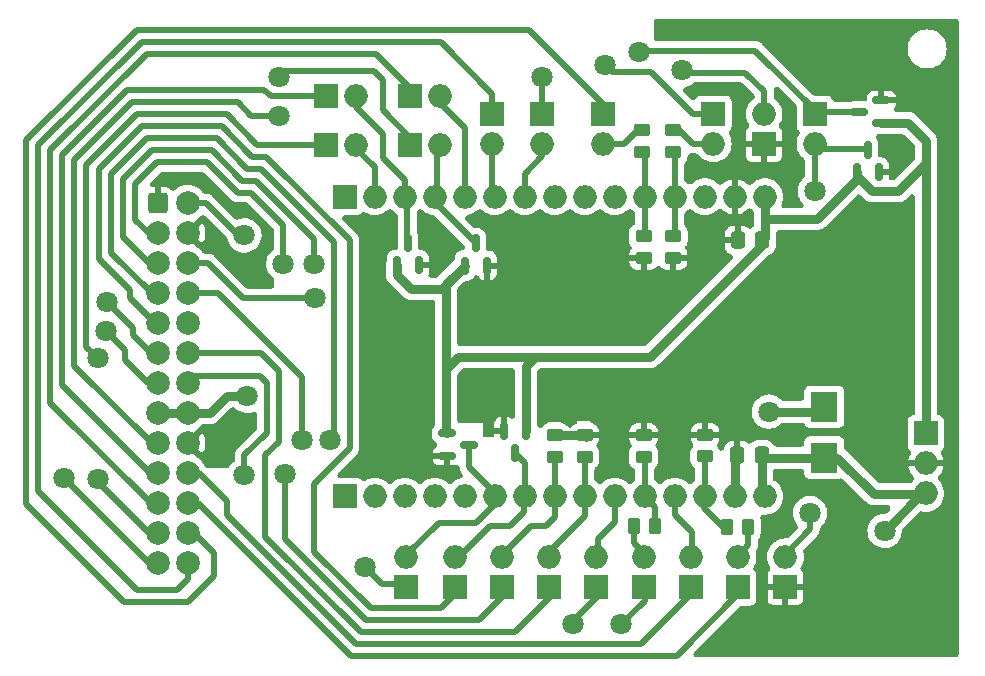
<source format=gbr>
%TF.GenerationSoftware,KiCad,Pcbnew,(6.0.6)*%
%TF.CreationDate,2022-08-30T10:43:36-03:00*%
%TF.ProjectId,Shield_Esp32,53686965-6c64-45f4-9573-7033322e6b69,rev?*%
%TF.SameCoordinates,Original*%
%TF.FileFunction,Copper,L2,Bot*%
%TF.FilePolarity,Positive*%
%FSLAX46Y46*%
G04 Gerber Fmt 4.6, Leading zero omitted, Abs format (unit mm)*
G04 Created by KiCad (PCBNEW (6.0.6)) date 2022-08-30 10:43:36*
%MOMM*%
%LPD*%
G01*
G04 APERTURE LIST*
G04 Aperture macros list*
%AMRoundRect*
0 Rectangle with rounded corners*
0 $1 Rounding radius*
0 $2 $3 $4 $5 $6 $7 $8 $9 X,Y pos of 4 corners*
0 Add a 4 corners polygon primitive as box body*
4,1,4,$2,$3,$4,$5,$6,$7,$8,$9,$2,$3,0*
0 Add four circle primitives for the rounded corners*
1,1,$1+$1,$2,$3*
1,1,$1+$1,$4,$5*
1,1,$1+$1,$6,$7*
1,1,$1+$1,$8,$9*
0 Add four rect primitives between the rounded corners*
20,1,$1+$1,$2,$3,$4,$5,0*
20,1,$1+$1,$4,$5,$6,$7,0*
20,1,$1+$1,$6,$7,$8,$9,0*
20,1,$1+$1,$8,$9,$2,$3,0*%
G04 Aperture macros list end*
%TA.AperFunction,SMDPad,CuDef*%
%ADD10RoundRect,0.250000X-0.262500X-0.450000X0.262500X-0.450000X0.262500X0.450000X-0.262500X0.450000X0*%
%TD*%
%TA.AperFunction,SMDPad,CuDef*%
%ADD11RoundRect,0.250000X0.262500X0.450000X-0.262500X0.450000X-0.262500X-0.450000X0.262500X-0.450000X0*%
%TD*%
%TA.AperFunction,ComponentPad*%
%ADD12R,2.000000X2.000000*%
%TD*%
%TA.AperFunction,ComponentPad*%
%ADD13O,2.000000X2.000000*%
%TD*%
%TA.AperFunction,ComponentPad*%
%ADD14RoundRect,0.250000X-0.600000X-0.600000X0.600000X-0.600000X0.600000X0.600000X-0.600000X0.600000X0*%
%TD*%
%TA.AperFunction,ComponentPad*%
%ADD15C,2.000000*%
%TD*%
%TA.AperFunction,SMDPad,CuDef*%
%ADD16R,2.300000X2.500000*%
%TD*%
%TA.AperFunction,SMDPad,CuDef*%
%ADD17RoundRect,0.150000X-0.150000X0.587500X-0.150000X-0.587500X0.150000X-0.587500X0.150000X0.587500X0*%
%TD*%
%TA.AperFunction,SMDPad,CuDef*%
%ADD18RoundRect,0.250000X-0.450000X0.262500X-0.450000X-0.262500X0.450000X-0.262500X0.450000X0.262500X0*%
%TD*%
%TA.AperFunction,SMDPad,CuDef*%
%ADD19RoundRect,0.250000X0.450000X-0.262500X0.450000X0.262500X-0.450000X0.262500X-0.450000X-0.262500X0*%
%TD*%
%TA.AperFunction,SMDPad,CuDef*%
%ADD20RoundRect,0.250000X0.337500X0.475000X-0.337500X0.475000X-0.337500X-0.475000X0.337500X-0.475000X0*%
%TD*%
%TA.AperFunction,SMDPad,CuDef*%
%ADD21RoundRect,0.150000X0.587500X0.150000X-0.587500X0.150000X-0.587500X-0.150000X0.587500X-0.150000X0*%
%TD*%
%TA.AperFunction,SMDPad,CuDef*%
%ADD22RoundRect,0.150000X0.150000X-0.587500X0.150000X0.587500X-0.150000X0.587500X-0.150000X-0.587500X0*%
%TD*%
%TA.AperFunction,SMDPad,CuDef*%
%ADD23RoundRect,0.150000X-0.587500X-0.150000X0.587500X-0.150000X0.587500X0.150000X-0.587500X0.150000X0*%
%TD*%
%TA.AperFunction,ViaPad*%
%ADD24C,1.800000*%
%TD*%
%TA.AperFunction,Conductor*%
%ADD25C,0.508000*%
%TD*%
%TA.AperFunction,Conductor*%
%ADD26C,0.762000*%
%TD*%
G04 APERTURE END LIST*
D10*
%TO.P,R11,1*%
%TO.N,Net-(J15-Pad2)*%
X178047500Y-115630000D03*
%TO.P,R11,2*%
%TO.N,D14*%
X179872500Y-115630000D03*
%TD*%
D11*
%TO.P,R10,2*%
%TO.N,D13*%
X185945000Y-115680000D03*
%TO.P,R10,1*%
%TO.N,Net-(J9-Pad2)*%
X187770000Y-115680000D03*
%TD*%
D12*
%TO.P,J6,1,Pin_1*%
%TO.N,GND*%
X190900000Y-120740000D03*
D13*
%TO.P,J6,2,Pin_2*%
%TO.N,AMP1*%
X190900000Y-118200000D03*
%TD*%
D12*
%TO.P,J12,1,Pin_1*%
%TO.N,PWM1N*%
X152000000Y-83300000D03*
D13*
%TO.P,J12,2,Pin_2*%
%TO.N,D22*%
X154540000Y-83300000D03*
%TD*%
D12*
%TO.P,J10,1,Pin_1*%
%TO.N,TRIG0*%
X182900000Y-120740000D03*
D13*
%TO.P,J10,2,Pin_2*%
%TO.N,D12*%
X182900000Y-118200000D03*
%TD*%
D12*
%TO.P,J11,1,Pin_1*%
%TO.N,PWM1*%
X159150000Y-79200000D03*
D13*
%TO.P,J11,2,Pin_2*%
%TO.N,D21*%
X161690000Y-79200000D03*
%TD*%
D12*
%TO.P,J21,1,Pin_1*%
%TO.N,RXB*%
X152000000Y-79200000D03*
D13*
%TO.P,J21,2,Pin_2*%
%TO.N,TX0*%
X154540000Y-79200000D03*
%TD*%
D12*
%TO.P,J9,1,Pin_1*%
%TO.N,ECHO0*%
X186900000Y-120775000D03*
D13*
%TO.P,J9,2,Pin_2*%
%TO.N,Net-(J9-Pad2)*%
X186900000Y-118235000D03*
%TD*%
D12*
%TO.P,J17,1,Pin_1*%
%TO.N,R_TCRT*%
X170900000Y-120740000D03*
D13*
%TO.P,J17,2,Pin_2*%
%TO.N,D26*%
X170900000Y-118200000D03*
%TD*%
D12*
%TO.P,J13,1,Pin_1*%
%TO.N,PWM2*%
X170300000Y-80700000D03*
D13*
%TO.P,J13,2,Pin_2*%
%TO.N,D18*%
X170300000Y-83240000D03*
%TD*%
D12*
%TO.P,J1,1,Pin_1*%
%TO.N,ADC0*%
X158800000Y-120740000D03*
D13*
%TO.P,J1,2,Pin_2*%
%TO.N,D32*%
X158800000Y-118200000D03*
%TD*%
D12*
%TO.P,J22,1,Pin_1*%
%TO.N,TXB*%
X159125000Y-83300000D03*
D13*
%TO.P,J22,2,Pin_2*%
%TO.N,RX0*%
X161665000Y-83300000D03*
%TD*%
D12*
%TO.P,J19,1,Pin_1*%
%TO.N,ENC0*%
X184800000Y-80700000D03*
D13*
%TO.P,J19,2,Pin_2*%
%TO.N,Net-(J19-Pad2)*%
X184800000Y-83240000D03*
%TD*%
D12*
%TO.P,J23,1,Pin_1*%
%TO.N,ADC2*%
X193400000Y-80700000D03*
D13*
%TO.P,J23,2,Pin_2*%
%TO.N,ADC3*%
X193400000Y-83240000D03*
%TD*%
D12*
%TO.P,J18,1,Pin_1*%
%TO.N,L_TCRT*%
X166900000Y-120740000D03*
D13*
%TO.P,J18,2,Pin_2*%
%TO.N,D25*%
X166900000Y-118200000D03*
%TD*%
D12*
%TO.P,J7,1,Pin_1*%
%TO.N,GND*%
X189100000Y-83240000D03*
D13*
%TO.P,J7,2,Pin_2*%
%TO.N,AMP2*%
X189100000Y-80700000D03*
%TD*%
D12*
%TO.P,J4,1,Pin_1*%
%TO.N,unconnected-(J4-Pad1)*%
X153600000Y-113075000D03*
D13*
%TO.P,J4,2,Pin_2*%
%TO.N,unconnected-(J4-Pad2)*%
X156140000Y-113075000D03*
%TO.P,J4,3,Pin_3*%
%TO.N,unconnected-(J4-Pad3)*%
X158680000Y-113075000D03*
%TO.P,J4,4,Pin_4*%
%TO.N,unconnected-(J4-Pad4)*%
X161220000Y-113075000D03*
%TO.P,J4,5,Pin_5*%
%TO.N,unconnected-(J4-Pad5)*%
X163760000Y-113075000D03*
%TO.P,J4,6,Pin_6*%
%TO.N,D32*%
X166300000Y-113075000D03*
%TO.P,J4,7,Pin_7*%
%TO.N,D33*%
X168840000Y-113075000D03*
%TO.P,J4,8,Pin_8*%
%TO.N,D25*%
X171380000Y-113075000D03*
%TO.P,J4,9,Pin_9*%
%TO.N,D26*%
X173920000Y-113075000D03*
%TO.P,J4,10,Pin_10*%
%TO.N,D27*%
X176460000Y-113075000D03*
%TO.P,J4,11,Pin_11*%
%TO.N,D14*%
X179000000Y-113075000D03*
%TO.P,J4,12,Pin_12*%
%TO.N,D12*%
X181540000Y-113075000D03*
%TO.P,J4,13,Pin_13*%
%TO.N,D13*%
X184080000Y-113075000D03*
%TO.P,J4,14,Pin_14*%
%TO.N,GND*%
X186620000Y-113075000D03*
%TO.P,J4,15,Pin_15*%
%TO.N,+5V*%
X189160000Y-113075000D03*
%TD*%
D14*
%TO.P,J3,1,Pin_1*%
%TO.N,GND*%
X137747500Y-88260000D03*
D15*
%TO.P,J3,2,Pin_2*%
%TO.N,ENC0*%
X140287500Y-88260000D03*
%TO.P,J3,3,Pin_3*%
%TO.N,AMP1*%
X137747500Y-90800000D03*
%TO.P,J3,4,Pin_4*%
%TO.N,GND*%
X140287500Y-90800000D03*
%TO.P,J3,5,Pin_5*%
%TO.N,ADC3*%
X137747500Y-93340000D03*
%TO.P,J3,6,Pin_6*%
%TO.N,ECHO1*%
X140287500Y-93340000D03*
%TO.P,J3,7,Pin_7*%
%TO.N,ADC0*%
X137747500Y-95880000D03*
%TO.P,J3,8,Pin_8*%
%TO.N,TRIG1*%
X140287500Y-95880000D03*
%TO.P,J3,9,Pin_9*%
%TO.N,ADC1*%
X137747500Y-98420000D03*
%TO.P,J3,10,Pin_10*%
%TO.N,unconnected-(J3-Pad10)*%
X140287500Y-98420000D03*
%TO.P,J3,11,Pin_11*%
%TO.N,ADC2*%
X137747500Y-100960000D03*
%TO.P,J3,12,Pin_12*%
%TO.N,R_TCRT*%
X140287500Y-100960000D03*
%TO.P,J3,13,Pin_13*%
%TO.N,AMP2*%
X137747500Y-103500000D03*
%TO.P,J3,14,Pin_14*%
%TO.N,L_TCRT*%
X140287500Y-103500000D03*
%TO.P,J3,15,Pin_15*%
%TO.N,+5VP*%
X137747500Y-106040000D03*
%TO.P,J3,16,Pin_16*%
X140287500Y-106040000D03*
%TO.P,J3,17,Pin_17*%
%TO.N,TXB*%
X137747500Y-108580000D03*
%TO.P,J3,18,Pin_18*%
%TO.N,GND*%
X140287500Y-108580000D03*
%TO.P,J3,19,Pin_19*%
%TO.N,RXB*%
X137747500Y-111120000D03*
%TO.P,J3,20,Pin_20*%
%TO.N,TRIG0*%
X140287500Y-111120000D03*
%TO.P,J3,21,Pin_21*%
%TO.N,PWM1*%
X137747500Y-113660000D03*
%TO.P,J3,22,Pin_22*%
%TO.N,ECHO0*%
X140287500Y-113660000D03*
%TO.P,J3,23,Pin_23*%
%TO.N,PWM1N*%
X137747500Y-116200000D03*
%TO.P,J3,24,Pin_24*%
%TO.N,ENC1*%
X140287500Y-116200000D03*
%TO.P,J3,25,Pin_25*%
%TO.N,PWM2*%
X137747500Y-118740000D03*
%TO.P,J3,26,Pin_26*%
%TO.N,PWM2N*%
X140287500Y-118740000D03*
%TD*%
D12*
%TO.P,J15,1,Pin_1*%
%TO.N,ECHO1*%
X178900000Y-120740000D03*
D13*
%TO.P,J15,2,Pin_2*%
%TO.N,Net-(J15-Pad2)*%
X178900000Y-118200000D03*
%TD*%
D12*
%TO.P,J2,1,Pin_1*%
%TO.N,ADC1*%
X162900000Y-120740000D03*
D13*
%TO.P,J2,2,Pin_2*%
%TO.N,D33*%
X162900000Y-118200000D03*
%TD*%
D12*
%TO.P,J5,1,Pin_1*%
%TO.N,unconnected-(J5-Pad1)*%
X153600000Y-87700000D03*
D13*
%TO.P,J5,2,Pin_2*%
%TO.N,D22*%
X156140000Y-87700000D03*
%TO.P,J5,3,Pin_3*%
%TO.N,TX0*%
X158680000Y-87700000D03*
%TO.P,J5,4,Pin_4*%
%TO.N,RX0*%
X161220000Y-87700000D03*
%TO.P,J5,5,Pin_5*%
%TO.N,D21*%
X163760000Y-87700000D03*
%TO.P,J5,6,Pin_6*%
%TO.N,D19*%
X166300000Y-87700000D03*
%TO.P,J5,7,Pin_7*%
%TO.N,D18*%
X168840000Y-87700000D03*
%TO.P,J5,8,Pin_8*%
%TO.N,unconnected-(J5-Pad8)*%
X171380000Y-87700000D03*
%TO.P,J5,9,Pin_9*%
%TO.N,unconnected-(J5-Pad9)*%
X173920000Y-87700000D03*
%TO.P,J5,10,Pin_10*%
%TO.N,unconnected-(J5-Pad10)*%
X176460000Y-87700000D03*
%TO.P,J5,11,Pin_11*%
%TO.N,D4*%
X179000000Y-87700000D03*
%TO.P,J5,12,Pin_12*%
%TO.N,D2*%
X181540000Y-87700000D03*
%TO.P,J5,13,Pin_13*%
%TO.N,unconnected-(J5-Pad13)*%
X184080000Y-87700000D03*
%TO.P,J5,14,Pin_14*%
%TO.N,GND*%
X186620000Y-87700000D03*
%TO.P,J5,15,Pin_15*%
%TO.N,+3.3V*%
X189160000Y-87700000D03*
%TD*%
D12*
%TO.P,J14,1,Pin_1*%
%TO.N,PWM2N*%
X166100000Y-80700000D03*
D13*
%TO.P,J14,2,Pin_2*%
%TO.N,D19*%
X166100000Y-83240000D03*
%TD*%
D12*
%TO.P,J16,1,Pin_1*%
%TO.N,TRIG1*%
X174900000Y-120775000D03*
D13*
%TO.P,J16,2,Pin_2*%
%TO.N,D27*%
X174900000Y-118235000D03*
%TD*%
D12*
%TO.P,J20,1,Pin_1*%
%TO.N,ENC1*%
X175500000Y-80700000D03*
D13*
%TO.P,J20,2,Pin_2*%
%TO.N,Net-(J20-Pad2)*%
X175500000Y-83240000D03*
%TD*%
D12*
%TO.P,J8,1,Pin_1*%
%TO.N,+3.3V*%
X202800000Y-107760000D03*
D13*
%TO.P,J8,2,Pin_2*%
%TO.N,GND*%
X202800000Y-110300000D03*
%TO.P,J8,3,Pin_3*%
%TO.N,+5V*%
X202800000Y-112840000D03*
%TD*%
D16*
%TO.P,D4,1,K*%
%TO.N,+5V*%
X194200000Y-109800000D03*
%TO.P,D4,2,A*%
%TO.N,+5VP*%
X194200000Y-105500000D03*
%TD*%
D17*
%TO.P,D2,1*%
%TO.N,GND*%
X167050000Y-107562500D03*
%TO.P,D2,2*%
%TO.N,+3.3V*%
X168950000Y-107562500D03*
%TO.P,D2,3*%
%TO.N,D33*%
X168000000Y-109437500D03*
%TD*%
D18*
%TO.P,R8,1*%
%TO.N,D2*%
X181400000Y-91075000D03*
%TO.P,R8,2*%
%TO.N,GND*%
X181400000Y-92900000D03*
%TD*%
D19*
%TO.P,R4,1*%
%TO.N,D25*%
X171400000Y-109712500D03*
%TO.P,R4,2*%
%TO.N,GND*%
X171400000Y-107887500D03*
%TD*%
%TO.P,R3,1*%
%TO.N,D13*%
X184100000Y-109700000D03*
%TO.P,R3,2*%
%TO.N,GND*%
X184100000Y-107875000D03*
%TD*%
%TO.P,R2,1*%
%TO.N,D26*%
X173900000Y-109725000D03*
%TO.P,R2,2*%
%TO.N,GND*%
X173900000Y-107900000D03*
%TD*%
D20*
%TO.P,C1,1*%
%TO.N,+5V*%
X188900000Y-109600000D03*
%TO.P,C1,2*%
%TO.N,GND*%
X186825000Y-109600000D03*
%TD*%
%TO.P,C2,1*%
%TO.N,+3.3V*%
X188937500Y-91400000D03*
%TO.P,C2,2*%
%TO.N,GND*%
X186862500Y-91400000D03*
%TD*%
D18*
%TO.P,R9,1*%
%TO.N,D4*%
X178900000Y-91075000D03*
%TO.P,R9,2*%
%TO.N,GND*%
X178900000Y-92900000D03*
%TD*%
D19*
%TO.P,R5,1*%
%TO.N,D14*%
X178900000Y-109725000D03*
%TO.P,R5,2*%
%TO.N,GND*%
X178900000Y-107900000D03*
%TD*%
D21*
%TO.P,D7,1*%
%TO.N,GND*%
X199037500Y-79550000D03*
%TO.P,D7,2*%
%TO.N,+3.3V*%
X199037500Y-81450000D03*
%TO.P,D7,3*%
%TO.N,ADC2*%
X197162500Y-80500000D03*
%TD*%
D22*
%TO.P,D8,1*%
%TO.N,GND*%
X198850000Y-85637500D03*
%TO.P,D8,2*%
%TO.N,+3.3V*%
X196950000Y-85637500D03*
%TO.P,D8,3*%
%TO.N,ADC3*%
X197900000Y-83762500D03*
%TD*%
%TO.P,D6,1*%
%TO.N,GND*%
X165650000Y-93537500D03*
%TO.P,D6,2*%
%TO.N,+3.3V*%
X163750000Y-93537500D03*
%TO.P,D6,3*%
%TO.N,RX0*%
X164700000Y-91662500D03*
%TD*%
D18*
%TO.P,R6,1*%
%TO.N,Net-(J19-Pad2)*%
X181400000Y-82100000D03*
%TO.P,R6,2*%
%TO.N,D2*%
X181400000Y-83925000D03*
%TD*%
D23*
%TO.P,D1,1*%
%TO.N,GND*%
X162262500Y-109650000D03*
%TO.P,D1,2*%
%TO.N,+3.3V*%
X162262500Y-107750000D03*
%TO.P,D1,3*%
%TO.N,D32*%
X164137500Y-108700000D03*
%TD*%
D18*
%TO.P,R7,1*%
%TO.N,Net-(J20-Pad2)*%
X178800000Y-82075000D03*
%TO.P,R7,2*%
%TO.N,D4*%
X178800000Y-83900000D03*
%TD*%
D22*
%TO.P,D5,1*%
%TO.N,GND*%
X159900000Y-93500000D03*
%TO.P,D5,2*%
%TO.N,+3.3V*%
X158000000Y-93500000D03*
%TO.P,D5,3*%
%TO.N,TX0*%
X158950000Y-91625000D03*
%TD*%
D24*
%TO.N,+5V*%
X199300000Y-116000000D03*
%TO.N,GND*%
X145600000Y-93800000D03*
X200900000Y-83900000D03*
X172000000Y-95600000D03*
X165600000Y-103700000D03*
X145275142Y-107075142D03*
X194650000Y-97950000D03*
X161800000Y-91600000D03*
X158050000Y-109425000D03*
%TO.N,+5VP*%
X189500000Y-105900000D03*
X145322500Y-104561500D03*
%TO.N,ADC2*%
X133440500Y-96600000D03*
X178546592Y-75494900D03*
%TO.N,ADC3*%
X193400000Y-87200000D03*
X151000000Y-93400000D03*
%TO.N,ADC0*%
X152325142Y-108325142D03*
X155311698Y-119088302D03*
%TO.N,ENC0*%
X145100232Y-90994675D03*
X175625000Y-76538500D03*
%TO.N,AMP1*%
X148400000Y-93400000D03*
X193000000Y-114500000D03*
%TO.N,ECHO1*%
X177000000Y-123922500D03*
X151038500Y-96300000D03*
%TO.N,TRIG1*%
X150000000Y-108300000D03*
X172900000Y-123922500D03*
%TO.N,AMP2*%
X182125000Y-77011500D03*
X133388200Y-99101974D03*
%TO.N,L_TCRT*%
X148538500Y-111200000D03*
X145100000Y-111300000D03*
%TO.N,TXB*%
X148000000Y-77561000D03*
X148000000Y-80884500D03*
%TO.N,PWM1N*%
X132700000Y-111600000D03*
X132700000Y-101400000D03*
%TO.N,PWM2*%
X129800000Y-111500000D03*
X170300000Y-77561500D03*
%TD*%
D25*
%TO.N,Net-(J9-Pad2)*%
X187195000Y-117800000D02*
X187000000Y-117800000D01*
X187770000Y-117225000D02*
X187195000Y-117800000D01*
X187770000Y-115680000D02*
X187770000Y-117225000D01*
%TO.N,ECHO0*%
X181700000Y-126600000D02*
X187000000Y-121300000D01*
X187000000Y-121300000D02*
X187000000Y-120535000D01*
X154100000Y-126600000D02*
X181700000Y-126600000D01*
X141160000Y-113660000D02*
X154100000Y-126600000D01*
X140287500Y-113660000D02*
X141160000Y-113660000D01*
%TO.N,R_TCRT*%
X171000000Y-121600000D02*
X171000000Y-120500000D01*
X168032000Y-124568000D02*
X171000000Y-121600000D01*
X146876500Y-116502820D02*
X154941680Y-124568000D01*
X146876500Y-109623500D02*
X146876500Y-116502820D01*
X148000000Y-102436840D02*
X148000000Y-108500000D01*
X146523160Y-100960000D02*
X148000000Y-102436840D01*
X154941680Y-124568000D02*
X168032000Y-124568000D01*
X148000000Y-108500000D02*
X146876500Y-109623500D01*
X140287500Y-100960000D02*
X146523160Y-100960000D01*
%TO.N,L_TCRT*%
X167000000Y-121500000D02*
X167000000Y-120500000D01*
X164948000Y-123552000D02*
X167000000Y-121500000D01*
X155362520Y-123552000D02*
X164948000Y-123552000D01*
X148538500Y-116727980D02*
X155362520Y-123552000D01*
X148538500Y-111200000D02*
X148538500Y-116727980D01*
%TO.N,ADC1*%
X137520000Y-98420000D02*
X137747500Y-98420000D01*
X135400000Y-96300000D02*
X137520000Y-98420000D01*
X135400000Y-95600000D02*
X135400000Y-96300000D01*
X132825400Y-93025400D02*
X135400000Y-95600000D01*
X132825400Y-85364080D02*
X132825400Y-93025400D01*
X136441480Y-81748000D02*
X132825400Y-85364080D01*
X143211160Y-81748000D02*
X136441480Y-81748000D01*
X145779160Y-84316000D02*
X143211160Y-81748000D01*
X146916000Y-84316000D02*
X145779160Y-84316000D01*
X154000000Y-91400000D02*
X146916000Y-84316000D01*
X151000000Y-117752640D02*
X151000000Y-112000707D01*
X155783360Y-122536000D02*
X151000000Y-117752640D01*
X151000000Y-112000707D02*
X154000000Y-109000707D01*
X154000000Y-109000707D02*
X154000000Y-91400000D01*
X161764000Y-122536000D02*
X155783360Y-122536000D01*
X163000000Y-120500000D02*
X163000000Y-121300000D01*
X163000000Y-121300000D02*
X161764000Y-122536000D01*
%TO.N,TRIG0*%
X154520840Y-125584000D02*
X178716000Y-125584000D01*
X143600000Y-113500000D02*
X143600000Y-114663160D01*
X143600000Y-114663160D02*
X154520840Y-125584000D01*
X141220000Y-111120000D02*
X143600000Y-113500000D01*
X140287500Y-111120000D02*
X141220000Y-111120000D01*
X178716000Y-125584000D02*
X183000000Y-121300000D01*
X183000000Y-121300000D02*
X183000000Y-120500000D01*
%TO.N,ECHO1*%
X179000000Y-121922500D02*
X179000000Y-120500000D01*
X177000000Y-123922500D02*
X179000000Y-121922500D01*
%TO.N,TRIG1*%
X175000000Y-121500000D02*
X175000000Y-120535000D01*
X172900000Y-123922500D02*
X172900000Y-123600000D01*
X172900000Y-123600000D02*
X175000000Y-121500000D01*
%TO.N,D13*%
X184000000Y-113155000D02*
X184080000Y-113075000D01*
X184000000Y-114100000D02*
X184000000Y-113155000D01*
X185600000Y-115700000D02*
X184000000Y-114100000D01*
%TO.N,Net-(J15-Pad2)*%
X178075000Y-117035000D02*
X179000000Y-117960000D01*
X178075000Y-115400000D02*
X178075000Y-117035000D01*
%TO.N,D14*%
X179900000Y-115400000D02*
X179900000Y-113975000D01*
X179900000Y-113975000D02*
X179000000Y-113075000D01*
D26*
%TO.N,+5V*%
X199300000Y-116000000D02*
X202460000Y-112840000D01*
X195300000Y-109800000D02*
X198400000Y-112900000D01*
X194200000Y-109800000D02*
X195300000Y-109800000D01*
X188900000Y-109600000D02*
X188900000Y-112815000D01*
X188900000Y-112815000D02*
X189160000Y-113075000D01*
X194200000Y-109800000D02*
X189100000Y-109800000D01*
X202740000Y-112900000D02*
X202800000Y-112840000D01*
X198400000Y-112900000D02*
X202740000Y-112900000D01*
X202460000Y-112840000D02*
X202800000Y-112840000D01*
X189100000Y-109800000D02*
X188900000Y-109600000D01*
%TO.N,GND*%
X171400000Y-107887500D02*
X173887500Y-107887500D01*
X186620000Y-113075000D02*
X186620000Y-109805000D01*
X173900000Y-107900000D02*
X174058400Y-108058400D01*
X186620000Y-109805000D02*
X186825000Y-109600000D01*
X173887500Y-107887500D02*
X173900000Y-107900000D01*
%TO.N,+3.3V*%
X196950000Y-86250000D02*
X196950000Y-85637500D01*
X189160000Y-87700000D02*
X189160000Y-89589100D01*
X162200000Y-95087500D02*
X162200000Y-107687500D01*
X202800000Y-82969971D02*
X201280029Y-81450000D01*
X168950000Y-107562500D02*
X168950000Y-102050000D01*
X188937500Y-91400000D02*
X189160000Y-91177500D01*
X188937500Y-91814700D02*
X179452200Y-101300000D01*
X179452200Y-101300000D02*
X169700000Y-101300000D01*
X163750000Y-93537500D02*
X162200000Y-95087500D01*
X189160000Y-91177500D02*
X189160000Y-89589100D01*
X193610900Y-89589100D02*
X196950000Y-86250000D01*
X202800000Y-107760000D02*
X202800000Y-82969971D01*
X189160000Y-89589100D02*
X193610900Y-89589100D01*
X161787500Y-95500000D02*
X163750000Y-93537500D01*
X198269632Y-87264000D02*
X200436000Y-87264000D01*
X201280029Y-81450000D02*
X199037500Y-81450000D01*
X163200000Y-101300000D02*
X162200000Y-102300000D01*
X162200000Y-107687500D02*
X162262500Y-107750000D01*
X200436000Y-87264000D02*
X202800000Y-84900000D01*
X196950000Y-85944368D02*
X198269632Y-87264000D01*
X159200000Y-95500000D02*
X161787500Y-95500000D01*
X169700000Y-101300000D02*
X163200000Y-101300000D01*
X158000000Y-94300000D02*
X159200000Y-95500000D01*
X158000000Y-93500000D02*
X158000000Y-94300000D01*
X196950000Y-85637500D02*
X196950000Y-85944368D01*
X188937500Y-91400000D02*
X188937500Y-91814700D01*
X168950000Y-102050000D02*
X169700000Y-101300000D01*
D25*
%TO.N,D32*%
X166300000Y-113027100D02*
X166300000Y-113700000D01*
X166300000Y-113700000D02*
X164700000Y-115300000D01*
X161560000Y-115300000D02*
X158900000Y-117960000D01*
X164700000Y-115300000D02*
X161560000Y-115300000D01*
X164137500Y-110637500D02*
X166300000Y-112800000D01*
X166300000Y-112800000D02*
X166300000Y-113027100D01*
X166300000Y-113075000D02*
X166300000Y-113027100D01*
X164137500Y-108700000D02*
X164137500Y-110637500D01*
%TO.N,D33*%
X163540000Y-117960000D02*
X163000000Y-117960000D01*
X168000000Y-109437500D02*
X168840000Y-110277500D01*
X168840000Y-110277500D02*
X168840000Y-113075000D01*
X165900000Y-115600000D02*
X163540000Y-117960000D01*
X167600000Y-115600000D02*
X165900000Y-115600000D01*
X168800000Y-114400000D02*
X167600000Y-115600000D01*
X168840000Y-113075000D02*
X168800000Y-113115000D01*
X168800000Y-113115000D02*
X168800000Y-114400000D01*
D26*
%TO.N,+5VP*%
X140287500Y-106040000D02*
X137747500Y-106040000D01*
X143638500Y-104561500D02*
X142160000Y-106040000D01*
X145322500Y-104561500D02*
X143638500Y-104561500D01*
X193800000Y-105900000D02*
X194200000Y-105500000D01*
X189500000Y-105900000D02*
X193800000Y-105900000D01*
X142160000Y-106040000D02*
X140287500Y-106040000D01*
D25*
%TO.N,TX0*%
X154540000Y-80151840D02*
X156800000Y-82411840D01*
X154540000Y-79200000D02*
X154540000Y-80151840D01*
X158900000Y-87920000D02*
X158680000Y-87700000D01*
X158680000Y-86280000D02*
X158680000Y-87700000D01*
X156800000Y-82411840D02*
X156800000Y-84400000D01*
X158900000Y-91575000D02*
X158900000Y-87920000D01*
X158950000Y-91625000D02*
X158900000Y-91575000D01*
X156800000Y-84400000D02*
X158680000Y-86280000D01*
%TO.N,RX0*%
X164700000Y-91662500D02*
X161220000Y-88182500D01*
X161220000Y-87700000D02*
X161400000Y-87520000D01*
X161400000Y-83565000D02*
X161665000Y-83300000D01*
X161220000Y-88182500D02*
X161220000Y-87700000D01*
X161400000Y-87520000D02*
X161400000Y-83565000D01*
%TO.N,ADC2*%
X193400000Y-80700000D02*
X193714000Y-80700000D01*
X178691492Y-75350000D02*
X188364000Y-75350000D01*
X133440500Y-96600000D02*
X135700000Y-98859500D01*
X137210000Y-100960000D02*
X137747500Y-100960000D01*
X178546592Y-75494900D02*
X178691492Y-75350000D01*
X135700000Y-99450000D02*
X137210000Y-100960000D01*
X188364000Y-75350000D02*
X193714000Y-80700000D01*
X135700000Y-98859500D02*
X135700000Y-99450000D01*
X193914000Y-80500000D02*
X197162500Y-80500000D01*
X193714000Y-80700000D02*
X193914000Y-80500000D01*
%TO.N,ADC3*%
X193400000Y-87200000D02*
X193400000Y-83240000D01*
X197837500Y-83700000D02*
X193860000Y-83700000D01*
X193860000Y-83700000D02*
X193400000Y-83240000D01*
X134857400Y-86205760D02*
X134857400Y-91157400D01*
X151000000Y-91273680D02*
X146074320Y-86348000D01*
X151000000Y-93400000D02*
X151000000Y-91273680D01*
X197900000Y-83762500D02*
X197837500Y-83700000D01*
X144937480Y-86348000D02*
X142369480Y-83780000D01*
X146074320Y-86348000D02*
X144937480Y-86348000D01*
X137283160Y-83780000D02*
X134857400Y-86205760D01*
X142369480Y-83780000D02*
X137283160Y-83780000D01*
X134857400Y-91157400D02*
X137040000Y-93340000D01*
X137040000Y-93340000D02*
X137747500Y-93340000D01*
%TO.N,ADC0*%
X156723396Y-120500000D02*
X158900000Y-120500000D01*
X137280000Y-95880000D02*
X137747500Y-95880000D01*
X133841400Y-85784920D02*
X133841400Y-92441400D01*
X152325142Y-108325142D02*
X152700000Y-107950284D01*
X133841400Y-92441400D02*
X137280000Y-95880000D01*
X146495160Y-85332000D02*
X145358320Y-85332000D01*
X155311698Y-119088302D02*
X156723396Y-120500000D01*
X136862320Y-82764000D02*
X133841400Y-85784920D01*
X145358320Y-85332000D02*
X142790320Y-82764000D01*
X152700000Y-91536840D02*
X146495160Y-85332000D01*
X152700000Y-107950284D02*
X152700000Y-91536840D01*
X142790320Y-82764000D02*
X136862320Y-82764000D01*
%TO.N,ENC0*%
X176243600Y-77157100D02*
X179495000Y-77157100D01*
X179495000Y-77157100D02*
X183037900Y-80700000D01*
X175625000Y-76538500D02*
X176243600Y-77157100D01*
X144594675Y-90994675D02*
X141860000Y-88260000D01*
X183037900Y-80700000D02*
X184800000Y-80700000D01*
X141860000Y-88260000D02*
X140287500Y-88260000D01*
X145100232Y-90994675D02*
X144594675Y-90994675D01*
%TO.N,AMP1*%
X135873400Y-86626600D02*
X135873400Y-89673400D01*
X141948640Y-84796000D02*
X137704000Y-84796000D01*
X135873400Y-89673400D02*
X137000000Y-90800000D01*
X148400000Y-93400000D02*
X148400000Y-90110520D01*
X137000000Y-90800000D02*
X137747500Y-90800000D01*
X193000000Y-114500000D02*
X193000000Y-115860000D01*
X137704000Y-84796000D02*
X135873400Y-86626600D01*
X193000000Y-115860000D02*
X191000000Y-117860000D01*
X148400000Y-90110520D02*
X145653480Y-87364000D01*
X144516640Y-87364000D02*
X141948640Y-84796000D01*
X145653480Y-87364000D02*
X144516640Y-87364000D01*
%TO.N,ECHO1*%
X145000000Y-96300000D02*
X142040000Y-93340000D01*
X151038500Y-96300000D02*
X145000000Y-96300000D01*
X142040000Y-93340000D02*
X140287500Y-93340000D01*
%TO.N,TRIG1*%
X150000000Y-103000000D02*
X142880000Y-95880000D01*
X150000000Y-108300000D02*
X150000000Y-103000000D01*
X142880000Y-95880000D02*
X140287500Y-95880000D01*
%TO.N,AMP2*%
X134970608Y-100684382D02*
X134970608Y-101570608D01*
X182125000Y-77011500D02*
X182313500Y-77200000D01*
X134970608Y-101570608D02*
X136900000Y-103500000D01*
X136900000Y-103500000D02*
X137747500Y-103500000D01*
X187500000Y-77200000D02*
X189100000Y-78800000D01*
X189100000Y-78800000D02*
X189100000Y-80700000D01*
X182313500Y-77200000D02*
X187500000Y-77200000D01*
X133388200Y-99101974D02*
X134970608Y-100684382D01*
%TO.N,L_TCRT*%
X146984000Y-107716000D02*
X146984000Y-103484000D01*
X140887500Y-102900000D02*
X140287500Y-103500000D01*
X145100000Y-109600000D02*
X146984000Y-107716000D01*
X146400000Y-102900000D02*
X140887500Y-102900000D01*
X146984000Y-103484000D02*
X146400000Y-102900000D01*
X145100000Y-111300000D02*
X145100000Y-109600000D01*
%TO.N,TXB*%
X148529000Y-77032000D02*
X156032000Y-77032000D01*
X156032000Y-77032000D02*
X156800000Y-77800000D01*
X159125000Y-82725000D02*
X159125000Y-83300000D01*
X148000000Y-77561000D02*
X148529000Y-77032000D01*
X145684500Y-80884500D02*
X144516000Y-79716000D01*
X130710700Y-102010700D02*
X137280000Y-108580000D01*
X156800000Y-80400000D02*
X159125000Y-82725000D01*
X144516000Y-79716000D02*
X135599796Y-79716000D01*
X156800000Y-77800000D02*
X156800000Y-80400000D01*
X148000000Y-80884500D02*
X145684500Y-80884500D01*
X130710700Y-84605096D02*
X130710700Y-102010700D01*
X137280000Y-108580000D02*
X137747500Y-108580000D01*
X135599796Y-79716000D02*
X130710700Y-84605096D01*
%TO.N,RXB*%
X152000000Y-79200000D02*
X151977000Y-79223000D01*
X137120000Y-111120000D02*
X137747500Y-111120000D01*
X129694700Y-103694700D02*
X137120000Y-111120000D01*
X151977000Y-79223000D02*
X147311577Y-79223000D01*
X129694700Y-84184259D02*
X129694700Y-103694700D01*
X147311577Y-79223000D02*
X146788577Y-78700000D01*
X135178959Y-78700000D02*
X129694700Y-84184259D01*
X146788577Y-78700000D02*
X135178959Y-78700000D01*
%TO.N,PWM1*%
X156232000Y-75632000D02*
X159150000Y-78550000D01*
X128678700Y-83763413D02*
X136810113Y-75632000D01*
X159150000Y-78550000D02*
X159150000Y-79200000D01*
X128678700Y-105178700D02*
X128678700Y-83763413D01*
X136810113Y-75632000D02*
X156232000Y-75632000D01*
X137747500Y-113660000D02*
X137160000Y-113660000D01*
X137160000Y-113660000D02*
X128678700Y-105178700D01*
%TO.N,PWM1N*%
X132700000Y-101400000D02*
X131726700Y-100426700D01*
X131726700Y-100426700D02*
X131726700Y-85025938D01*
X132700000Y-111900000D02*
X137000000Y-116200000D01*
X146200000Y-83300000D02*
X152000000Y-83300000D01*
X143632000Y-80732000D02*
X146200000Y-83300000D01*
X137000000Y-116200000D02*
X137747500Y-116200000D01*
X136020638Y-80732000D02*
X143632000Y-80732000D01*
X131726700Y-85025938D02*
X136020638Y-80732000D01*
X132700000Y-111600000D02*
X132700000Y-111900000D01*
%TO.N,ENC1*%
X142500000Y-119800000D02*
X142500000Y-117900000D01*
X140300000Y-122000000D02*
X142500000Y-119800000D01*
X142500000Y-117900000D02*
X140800000Y-116200000D01*
X140800000Y-116200000D02*
X140287500Y-116200000D01*
X126646700Y-82921738D02*
X126646700Y-113746700D01*
X134900000Y-122000000D02*
X140300000Y-122000000D01*
X175500000Y-80700000D02*
X175500000Y-79900000D01*
X175500000Y-79900000D02*
X169200000Y-73600000D01*
X135968438Y-73600000D02*
X126646700Y-82921738D01*
X126646700Y-113746700D02*
X134900000Y-122000000D01*
X169200000Y-73600000D02*
X135968438Y-73600000D01*
%TO.N,PWM2*%
X129800000Y-111500000D02*
X137040000Y-118740000D01*
X137040000Y-118740000D02*
X137747500Y-118740000D01*
X170300000Y-77561500D02*
X170300000Y-80700000D01*
%TO.N,PWM2N*%
X127662700Y-112662700D02*
X135984000Y-120984000D01*
X135984000Y-120984000D02*
X139416000Y-120984000D01*
X127662700Y-83342571D02*
X127662700Y-112662700D01*
X161716000Y-74616000D02*
X136389271Y-74616000D01*
X166100000Y-79000000D02*
X161716000Y-74616000D01*
X136389271Y-74616000D02*
X127662700Y-83342571D01*
X140287500Y-120112500D02*
X140287500Y-118740000D01*
X139416000Y-120984000D02*
X140287500Y-120112500D01*
X166100000Y-80700000D02*
X166100000Y-79000000D01*
%TO.N,D25*%
X170617100Y-115600000D02*
X169360000Y-115600000D01*
X171400000Y-109712500D02*
X171380000Y-109732500D01*
X171380000Y-109732500D02*
X171380000Y-113075000D01*
X169360000Y-115600000D02*
X167000000Y-117960000D01*
X171380000Y-113075000D02*
X171380000Y-114837100D01*
X171380000Y-114837100D02*
X170617100Y-115600000D01*
%TO.N,D26*%
X173920000Y-114780000D02*
X171000000Y-117700000D01*
X173920000Y-113075000D02*
X173920000Y-114780000D01*
X171000000Y-117700000D02*
X171000000Y-117960000D01*
X173900000Y-109725000D02*
X173920000Y-109745000D01*
X173920000Y-109745000D02*
X173920000Y-113075000D01*
%TO.N,D27*%
X175000000Y-117995000D02*
X175000000Y-116700000D01*
X175000000Y-116700000D02*
X176460000Y-115240000D01*
X176460000Y-115240000D02*
X176460000Y-113075000D01*
%TO.N,D14*%
X179000000Y-109825000D02*
X179000000Y-113075000D01*
X178900000Y-109725000D02*
X179000000Y-109825000D01*
%TO.N,D12*%
X181540000Y-113075000D02*
X181540000Y-114640000D01*
X181540000Y-114640000D02*
X183000000Y-116100000D01*
X183000000Y-116100000D02*
X183000000Y-117960000D01*
%TO.N,D13*%
X184100000Y-109700000D02*
X184080000Y-109720000D01*
X184080000Y-109720000D02*
X184080000Y-113075000D01*
%TO.N,D22*%
X154540000Y-83640000D02*
X154540000Y-83300000D01*
X156140000Y-85240000D02*
X154540000Y-83640000D01*
X156140000Y-87700000D02*
X156140000Y-85240000D01*
%TO.N,D21*%
X161690000Y-79790000D02*
X163760000Y-81860000D01*
X163760000Y-81860000D02*
X163760000Y-87700000D01*
X161690000Y-79200000D02*
X161690000Y-79790000D01*
%TO.N,D19*%
X166100000Y-87500000D02*
X166300000Y-87700000D01*
X166100000Y-83240000D02*
X166100000Y-87500000D01*
%TO.N,D18*%
X168840000Y-85760000D02*
X170300000Y-84300000D01*
X168840000Y-87700000D02*
X168840000Y-85760000D01*
X170300000Y-84300000D02*
X170300000Y-83240000D01*
%TO.N,D4*%
X178900000Y-91075000D02*
X179000000Y-90975000D01*
X178800000Y-83900000D02*
X179000000Y-84100000D01*
X179000000Y-90975000D02*
X179000000Y-87700000D01*
X179000000Y-84100000D02*
X179000000Y-87700000D01*
%TO.N,D2*%
X181540000Y-90935000D02*
X181400000Y-91075000D01*
X181540000Y-84065000D02*
X181540000Y-87700000D01*
X181400000Y-83925000D02*
X181540000Y-84065000D01*
X181540000Y-87700000D02*
X181540000Y-90935000D01*
%TO.N,Net-(J19-Pad2)*%
X184800000Y-83240000D02*
X183037900Y-83240000D01*
X181400000Y-82100000D02*
X181897900Y-82100000D01*
X181897900Y-82100000D02*
X183037900Y-83240000D01*
%TO.N,Net-(J20-Pad2)*%
X175500000Y-83240000D02*
X177262100Y-83240000D01*
X178800000Y-82075000D02*
X178427100Y-82075000D01*
X178427100Y-82075000D02*
X177262100Y-83240000D01*
%TD*%
%TA.AperFunction,Conductor*%
%TO.N,GND*%
G36*
X205418319Y-72644758D02*
G01*
X205500398Y-72699602D01*
X205555242Y-72781681D01*
X205574500Y-72878500D01*
X205574500Y-126421500D01*
X205555242Y-126518319D01*
X205500398Y-126600398D01*
X205418319Y-126655242D01*
X205321500Y-126674500D01*
X183374031Y-126674500D01*
X183277212Y-126655242D01*
X183195133Y-126600398D01*
X183140289Y-126518319D01*
X183121031Y-126421500D01*
X183140289Y-126324681D01*
X183195133Y-126242602D01*
X187038133Y-122399602D01*
X187120212Y-122344758D01*
X187217031Y-122325500D01*
X187942772Y-122325500D01*
X187950330Y-122324585D01*
X187950336Y-122324585D01*
X187978550Y-122321170D01*
X188032547Y-122314636D01*
X188172783Y-122259113D01*
X188186517Y-122248688D01*
X188186521Y-122248686D01*
X188279185Y-122178349D01*
X188292922Y-122167922D01*
X188319489Y-122132922D01*
X188373686Y-122061521D01*
X188373688Y-122061517D01*
X188384113Y-122047783D01*
X188439636Y-121907547D01*
X188446170Y-121853550D01*
X188449585Y-121825336D01*
X188449585Y-121825330D01*
X188450500Y-121817772D01*
X188450500Y-121781245D01*
X189392001Y-121781245D01*
X189392740Y-121794888D01*
X189397035Y-121834436D01*
X189404318Y-121865064D01*
X189443501Y-121969585D01*
X189460637Y-122000885D01*
X189526285Y-122088479D01*
X189551521Y-122113715D01*
X189639115Y-122179363D01*
X189670415Y-122196499D01*
X189774936Y-122235682D01*
X189805566Y-122242966D01*
X189845095Y-122247260D01*
X189858764Y-122248000D01*
X190621082Y-122248000D01*
X190641866Y-122243866D01*
X190646000Y-122223082D01*
X190646000Y-122223081D01*
X191154000Y-122223081D01*
X191158134Y-122243865D01*
X191178918Y-122247999D01*
X191941245Y-122247999D01*
X191954888Y-122247260D01*
X191994436Y-122242965D01*
X192025064Y-122235682D01*
X192129585Y-122196499D01*
X192160885Y-122179363D01*
X192248479Y-122113715D01*
X192273715Y-122088479D01*
X192339363Y-122000885D01*
X192356499Y-121969585D01*
X192395682Y-121865064D01*
X192402966Y-121834434D01*
X192407260Y-121794905D01*
X192408000Y-121781236D01*
X192408000Y-121018918D01*
X192403866Y-120998134D01*
X192383082Y-120994000D01*
X191178918Y-120994000D01*
X191158134Y-120998134D01*
X191154000Y-121018918D01*
X191154000Y-122223081D01*
X190646000Y-122223081D01*
X190646000Y-121018918D01*
X190641866Y-120998134D01*
X190621082Y-120994000D01*
X189416919Y-120994000D01*
X189396135Y-120998134D01*
X189392001Y-121018918D01*
X189392001Y-121781245D01*
X188450500Y-121781245D01*
X188450500Y-119732228D01*
X188439636Y-119642453D01*
X188384113Y-119502217D01*
X188373688Y-119488483D01*
X188373686Y-119488479D01*
X188303349Y-119395815D01*
X188292922Y-119382078D01*
X188279185Y-119371651D01*
X188266988Y-119359454D01*
X188268907Y-119357535D01*
X188220533Y-119302954D01*
X188188313Y-119209644D01*
X188194253Y-119111108D01*
X188223255Y-119043115D01*
X188280578Y-118949573D01*
X188285777Y-118941089D01*
X188379172Y-118715612D01*
X188385371Y-118689794D01*
X188433824Y-118487973D01*
X188436146Y-118478302D01*
X188455294Y-118235000D01*
X188452539Y-118200000D01*
X189344706Y-118200000D01*
X189363854Y-118443302D01*
X189420828Y-118680612D01*
X189424630Y-118689791D01*
X189424631Y-118689794D01*
X189472584Y-118805562D01*
X189514223Y-118906089D01*
X189519419Y-118914568D01*
X189519420Y-118914570D01*
X189599039Y-119044497D01*
X189633206Y-119137112D01*
X189629330Y-119235751D01*
X189588002Y-119325399D01*
X189562219Y-119355587D01*
X189526285Y-119391521D01*
X189460637Y-119479115D01*
X189443501Y-119510415D01*
X189404318Y-119614936D01*
X189397034Y-119645566D01*
X189392740Y-119685095D01*
X189392000Y-119698764D01*
X189392000Y-120461082D01*
X189396134Y-120481866D01*
X189416918Y-120486000D01*
X192383081Y-120486000D01*
X192403865Y-120481866D01*
X192407999Y-120461082D01*
X192407999Y-119698755D01*
X192407260Y-119685112D01*
X192402965Y-119645564D01*
X192395682Y-119614936D01*
X192356499Y-119510415D01*
X192339363Y-119479115D01*
X192273715Y-119391521D01*
X192237781Y-119355587D01*
X192182937Y-119273508D01*
X192163679Y-119176689D01*
X192182937Y-119079870D01*
X192200961Y-119044497D01*
X192280580Y-118914570D01*
X192280581Y-118914568D01*
X192285777Y-118906089D01*
X192327416Y-118805562D01*
X192375369Y-118689794D01*
X192375370Y-118689791D01*
X192379172Y-118680612D01*
X192436146Y-118443302D01*
X192455294Y-118200000D01*
X192436146Y-117956698D01*
X192392729Y-117775856D01*
X192388853Y-117677216D01*
X192423020Y-117584602D01*
X192459840Y-117537895D01*
X193561873Y-116435862D01*
X193563756Y-116433998D01*
X193617285Y-116381579D01*
X193617287Y-116381577D01*
X193627388Y-116371685D01*
X193635047Y-116359800D01*
X193635050Y-116359797D01*
X193647253Y-116340861D01*
X193662189Y-116320075D01*
X193676247Y-116302464D01*
X193685070Y-116291412D01*
X193691224Y-116278682D01*
X193691229Y-116278674D01*
X193696196Y-116268399D01*
X193711312Y-116241461D01*
X193715637Y-116234750D01*
X193725160Y-116219973D01*
X193729996Y-116206686D01*
X193729999Y-116206680D01*
X193737708Y-116185499D01*
X193747669Y-116161919D01*
X193757467Y-116141651D01*
X193757468Y-116141648D01*
X193763624Y-116128914D01*
X193769373Y-116104012D01*
X193778144Y-116074402D01*
X193782051Y-116063667D01*
X193782051Y-116063666D01*
X193786891Y-116050369D01*
X193791486Y-116013993D01*
X193795976Y-115988786D01*
X193801044Y-115966834D01*
X193804226Y-115953052D01*
X193804368Y-115912211D01*
X193804377Y-115911950D01*
X193804500Y-115910978D01*
X193804500Y-115874864D01*
X193804502Y-115873982D01*
X193804630Y-115837268D01*
X193824225Y-115740517D01*
X193879355Y-115658629D01*
X193910704Y-115632183D01*
X193939445Y-115611683D01*
X194068129Y-115483448D01*
X194101039Y-115450653D01*
X194101043Y-115450649D01*
X194108397Y-115443320D01*
X194114454Y-115434890D01*
X194114458Y-115434886D01*
X194241523Y-115258055D01*
X194247582Y-115249623D01*
X194353263Y-115035795D01*
X194356844Y-115024011D01*
X194419581Y-114817515D01*
X194419582Y-114817511D01*
X194422600Y-114807577D01*
X194453733Y-114571099D01*
X194454258Y-114549645D01*
X194455306Y-114506738D01*
X194455471Y-114500000D01*
X194452559Y-114464581D01*
X194436778Y-114272631D01*
X194436777Y-114272627D01*
X194435927Y-114262284D01*
X194431959Y-114246484D01*
X194394727Y-114098259D01*
X194377821Y-114030952D01*
X194282712Y-113812216D01*
X194153155Y-113611951D01*
X193992629Y-113435536D01*
X193893285Y-113357079D01*
X193813595Y-113294143D01*
X193813591Y-113294140D01*
X193805445Y-113287707D01*
X193781740Y-113274621D01*
X193605720Y-113177453D01*
X193605716Y-113177451D01*
X193596631Y-113172436D01*
X193586843Y-113168970D01*
X193586841Y-113168969D01*
X193381587Y-113096285D01*
X193381588Y-113096285D01*
X193371794Y-113092817D01*
X193361573Y-113090996D01*
X193361568Y-113090995D01*
X193201624Y-113062505D01*
X193136972Y-113050988D01*
X193126592Y-113050861D01*
X193126590Y-113050861D01*
X193002902Y-113049350D01*
X192898471Y-113048074D01*
X192809784Y-113061645D01*
X192672962Y-113082582D01*
X192672958Y-113082583D01*
X192662698Y-113084153D01*
X192435982Y-113158255D01*
X192224414Y-113268390D01*
X192216116Y-113274620D01*
X192216115Y-113274621D01*
X192041973Y-113405371D01*
X192041968Y-113405375D01*
X192033675Y-113411602D01*
X191868887Y-113584042D01*
X191734475Y-113781082D01*
X191634051Y-113997428D01*
X191570309Y-114227272D01*
X191566991Y-114258319D01*
X191546402Y-114450978D01*
X191544963Y-114464440D01*
X191558694Y-114702562D01*
X191611131Y-114935245D01*
X191700867Y-115156239D01*
X191706288Y-115165086D01*
X191706291Y-115165091D01*
X191777371Y-115281082D01*
X191825493Y-115359609D01*
X191919060Y-115467626D01*
X191920622Y-115469429D01*
X191969457Y-115555219D01*
X191981744Y-115653167D01*
X191955612Y-115748361D01*
X191908289Y-115813976D01*
X191147078Y-116575187D01*
X191064999Y-116630031D01*
X190968180Y-116649289D01*
X190948334Y-116648509D01*
X190909916Y-116645486D01*
X190909911Y-116645486D01*
X190900000Y-116644706D01*
X190656698Y-116663854D01*
X190553775Y-116688564D01*
X190429055Y-116718507D01*
X190429054Y-116718507D01*
X190419388Y-116720828D01*
X190410209Y-116724630D01*
X190410206Y-116724631D01*
X190304582Y-116768382D01*
X190193911Y-116814223D01*
X190185432Y-116819419D01*
X190185430Y-116819420D01*
X190120043Y-116859489D01*
X189985821Y-116941741D01*
X189800241Y-117100241D01*
X189641741Y-117285821D01*
X189575463Y-117393976D01*
X189538931Y-117453592D01*
X189514223Y-117493911D01*
X189495766Y-117538471D01*
X189431972Y-117692485D01*
X189420828Y-117719388D01*
X189418507Y-117729054D01*
X189418507Y-117729055D01*
X189414305Y-117746557D01*
X189363854Y-117956698D01*
X189344706Y-118200000D01*
X188452539Y-118200000D01*
X188436146Y-117991698D01*
X188407465Y-117872235D01*
X188403588Y-117773599D01*
X188439387Y-117678357D01*
X188446243Y-117667469D01*
X188455071Y-117656411D01*
X188462468Y-117641111D01*
X188466196Y-117633398D01*
X188481317Y-117606453D01*
X188487496Y-117596866D01*
X188487498Y-117596862D01*
X188495160Y-117584973D01*
X188507704Y-117550509D01*
X188517663Y-117526934D01*
X188527470Y-117506648D01*
X188527472Y-117506643D01*
X188533625Y-117493914D01*
X188537751Y-117476044D01*
X188539374Y-117469011D01*
X188548148Y-117439391D01*
X188552054Y-117428659D01*
X188552055Y-117428657D01*
X188556891Y-117415369D01*
X188558663Y-117401342D01*
X188558664Y-117401338D01*
X188561486Y-117378995D01*
X188565976Y-117353789D01*
X188571043Y-117331841D01*
X188571043Y-117331837D01*
X188574226Y-117318052D01*
X188574368Y-117277211D01*
X188574377Y-117276950D01*
X188574500Y-117275978D01*
X188574500Y-117239864D01*
X188574502Y-117238981D01*
X188574715Y-117177921D01*
X188574856Y-117137565D01*
X188574556Y-117136222D01*
X188574500Y-117135188D01*
X188574500Y-116822818D01*
X188593758Y-116725999D01*
X188629776Y-116664976D01*
X188631295Y-116663074D01*
X188714164Y-116559266D01*
X188792327Y-116397577D01*
X188832726Y-116222589D01*
X188833000Y-116217837D01*
X188832999Y-115142164D01*
X188832726Y-115137411D01*
X188825478Y-115106014D01*
X188806974Y-115025866D01*
X188792327Y-114962423D01*
X188788548Y-114954605D01*
X188774996Y-114859975D01*
X188799463Y-114764339D01*
X188858665Y-114685346D01*
X188943591Y-114635022D01*
X189047475Y-114621438D01*
X189160000Y-114630294D01*
X189403302Y-114611146D01*
X189620032Y-114559113D01*
X189630945Y-114556493D01*
X189630946Y-114556493D01*
X189640612Y-114554172D01*
X189649791Y-114550370D01*
X189649794Y-114550369D01*
X189840235Y-114471486D01*
X189866089Y-114460777D01*
X189882080Y-114450978D01*
X189995499Y-114381474D01*
X190074179Y-114333259D01*
X190259759Y-114174759D01*
X190418259Y-113989179D01*
X190532045Y-113803498D01*
X190540580Y-113789570D01*
X190540581Y-113789568D01*
X190545777Y-113781089D01*
X190617239Y-113608564D01*
X190635369Y-113564794D01*
X190635370Y-113564791D01*
X190639172Y-113555612D01*
X190643665Y-113536900D01*
X190693824Y-113327973D01*
X190696146Y-113318302D01*
X190715294Y-113075000D01*
X190696146Y-112831698D01*
X190647525Y-112629181D01*
X190641493Y-112604055D01*
X190641493Y-112604054D01*
X190639172Y-112594388D01*
X190545777Y-112368911D01*
X190418259Y-112160821D01*
X190259759Y-111975241D01*
X190074179Y-111816741D01*
X189952306Y-111742057D01*
X189879818Y-111675049D01*
X189838490Y-111585401D01*
X189831500Y-111526340D01*
X189831500Y-110984500D01*
X189850758Y-110887681D01*
X189905602Y-110805602D01*
X189987681Y-110750758D01*
X190084500Y-110731500D01*
X192246500Y-110731500D01*
X192343319Y-110750758D01*
X192425398Y-110805602D01*
X192480242Y-110887681D01*
X192499500Y-110984500D01*
X192499500Y-111092772D01*
X192510364Y-111182547D01*
X192565887Y-111322783D01*
X192576312Y-111336517D01*
X192576314Y-111336521D01*
X192643357Y-111424845D01*
X192657078Y-111442922D01*
X192670815Y-111453349D01*
X192763479Y-111523686D01*
X192763483Y-111523688D01*
X192777217Y-111534113D01*
X192917453Y-111589636D01*
X192968621Y-111595828D01*
X192999664Y-111599585D01*
X192999670Y-111599585D01*
X193007228Y-111600500D01*
X195392772Y-111600500D01*
X195400330Y-111599585D01*
X195400336Y-111599585D01*
X195431379Y-111595828D01*
X195482547Y-111589636D01*
X195497647Y-111583658D01*
X195497657Y-111583655D01*
X195535598Y-111568633D01*
X195632707Y-111550898D01*
X195729212Y-111571676D01*
X195807629Y-111624969D01*
X197675412Y-113492752D01*
X197687037Y-113506363D01*
X197687279Y-113506145D01*
X197696156Y-113516004D01*
X197703948Y-113526728D01*
X197753660Y-113571489D01*
X197763249Y-113580589D01*
X197775849Y-113593189D01*
X197780990Y-113597352D01*
X197789685Y-113604393D01*
X197799759Y-113612997D01*
X197849462Y-113657750D01*
X197860941Y-113664377D01*
X197870083Y-113671019D01*
X197879570Y-113677180D01*
X197889875Y-113685525D01*
X197949461Y-113715885D01*
X197961103Y-113722206D01*
X198007552Y-113749024D01*
X198007556Y-113749026D01*
X198019038Y-113755655D01*
X198031650Y-113759753D01*
X198041978Y-113764351D01*
X198052528Y-113768401D01*
X198064341Y-113774420D01*
X198077145Y-113777851D01*
X198077151Y-113777853D01*
X198128955Y-113791734D01*
X198141655Y-113795496D01*
X198188494Y-113810714D01*
X198205263Y-113816163D01*
X198218451Y-113817549D01*
X198229501Y-113819898D01*
X198240670Y-113821667D01*
X198253479Y-113825099D01*
X198318641Y-113828514D01*
X198320263Y-113828599D01*
X198333464Y-113829638D01*
X198351183Y-113831500D01*
X198368995Y-113831500D01*
X198382236Y-113831847D01*
X198449019Y-113835347D01*
X198462114Y-113833273D01*
X198475357Y-113832579D01*
X198475374Y-113832904D01*
X198493219Y-113831500D01*
X199540364Y-113831500D01*
X199637183Y-113850758D01*
X199719262Y-113905602D01*
X199774106Y-113987681D01*
X199793364Y-114084500D01*
X199774106Y-114181319D01*
X199719262Y-114263398D01*
X199507121Y-114475539D01*
X199425042Y-114530383D01*
X199325133Y-114549622D01*
X199198471Y-114548074D01*
X199109784Y-114561645D01*
X198972962Y-114582582D01*
X198972958Y-114582583D01*
X198962698Y-114584153D01*
X198735982Y-114658255D01*
X198524414Y-114768390D01*
X198516116Y-114774620D01*
X198516115Y-114774621D01*
X198341973Y-114905371D01*
X198341968Y-114905375D01*
X198333675Y-114911602D01*
X198168887Y-115084042D01*
X198034475Y-115281082D01*
X197998024Y-115359609D01*
X197945922Y-115471855D01*
X197934051Y-115497428D01*
X197870309Y-115727272D01*
X197868894Y-115740517D01*
X197847692Y-115938908D01*
X197844963Y-115964440D01*
X197858694Y-116202562D01*
X197911131Y-116435245D01*
X198000867Y-116656239D01*
X198006288Y-116665086D01*
X198006291Y-116665091D01*
X198052390Y-116740317D01*
X198125493Y-116859609D01*
X198132289Y-116867454D01*
X198132290Y-116867456D01*
X198154424Y-116893008D01*
X198281660Y-117039894D01*
X198465176Y-117192252D01*
X198671112Y-117312591D01*
X198893937Y-117397680D01*
X198911917Y-117401338D01*
X199117496Y-117443164D01*
X199117497Y-117443164D01*
X199127666Y-117445233D01*
X199366025Y-117453973D01*
X199376327Y-117452653D01*
X199376332Y-117452653D01*
X199592308Y-117424985D01*
X199592312Y-117424984D01*
X199602609Y-117423665D01*
X199831068Y-117355125D01*
X200045264Y-117250191D01*
X200082380Y-117223717D01*
X200230994Y-117117711D01*
X200239445Y-117111683D01*
X200328206Y-117023231D01*
X200401039Y-116950653D01*
X200401043Y-116950649D01*
X200408397Y-116943320D01*
X200414454Y-116934890D01*
X200414458Y-116934886D01*
X200541523Y-116758055D01*
X200547582Y-116749623D01*
X200653263Y-116535795D01*
X200657965Y-116520321D01*
X200719581Y-116317515D01*
X200719582Y-116317511D01*
X200722600Y-116307577D01*
X200753733Y-116071099D01*
X200755471Y-116000000D01*
X200754578Y-115989141D01*
X200754755Y-115987600D01*
X200754725Y-115986551D01*
X200754876Y-115986547D01*
X200765837Y-115891071D01*
X200813770Y-115804774D01*
X200827829Y-115789511D01*
X202202088Y-114415252D01*
X202284167Y-114360408D01*
X202380986Y-114341150D01*
X202440045Y-114348140D01*
X202556698Y-114376146D01*
X202800000Y-114395294D01*
X203043302Y-114376146D01*
X203200298Y-114338454D01*
X203270945Y-114321493D01*
X203270946Y-114321493D01*
X203280612Y-114319172D01*
X203289791Y-114315370D01*
X203289794Y-114315369D01*
X203417953Y-114262284D01*
X203506089Y-114225777D01*
X203519988Y-114217260D01*
X203579957Y-114180511D01*
X203714179Y-114098259D01*
X203899759Y-113939759D01*
X204058259Y-113754179D01*
X204157259Y-113592626D01*
X204180580Y-113554570D01*
X204180581Y-113554568D01*
X204185777Y-113546089D01*
X204279172Y-113320612D01*
X204336146Y-113083302D01*
X204355294Y-112840000D01*
X204336146Y-112596698D01*
X204287062Y-112392252D01*
X204281493Y-112369055D01*
X204281493Y-112369054D01*
X204279172Y-112359388D01*
X204271098Y-112339894D01*
X204189583Y-112143100D01*
X204185777Y-112133911D01*
X204058259Y-111925821D01*
X203899759Y-111740241D01*
X203891127Y-111732869D01*
X203890544Y-111732129D01*
X203885171Y-111726756D01*
X203885807Y-111726120D01*
X203830013Y-111655349D01*
X203803216Y-111560340D01*
X203814817Y-111462308D01*
X203863050Y-111376178D01*
X203875640Y-111362558D01*
X204017313Y-111196681D01*
X204028962Y-111180648D01*
X204142599Y-110995211D01*
X204151597Y-110977551D01*
X204234824Y-110776622D01*
X204240950Y-110757769D01*
X204284053Y-110578232D01*
X204284885Y-110557055D01*
X204279403Y-110554527D01*
X204274951Y-110554000D01*
X201335047Y-110554000D01*
X201314263Y-110558134D01*
X201313085Y-110564056D01*
X201313612Y-110568510D01*
X201359050Y-110757769D01*
X201365176Y-110776622D01*
X201448403Y-110977551D01*
X201457401Y-110995211D01*
X201571038Y-111180648D01*
X201582687Y-111196681D01*
X201730386Y-111369614D01*
X201729393Y-111370463D01*
X201778306Y-111443666D01*
X201797564Y-111540485D01*
X201778306Y-111637304D01*
X201723462Y-111719383D01*
X201708881Y-111732862D01*
X201700241Y-111740241D01*
X201693785Y-111747800D01*
X201581038Y-111879810D01*
X201503515Y-111940925D01*
X201408505Y-111967720D01*
X201388655Y-111968500D01*
X198890636Y-111968500D01*
X198793817Y-111949242D01*
X198711738Y-111894398D01*
X196024588Y-109207248D01*
X196012963Y-109193637D01*
X196012721Y-109193855D01*
X196003843Y-109183995D01*
X195996052Y-109173272D01*
X195984205Y-109162605D01*
X195982375Y-109160153D01*
X195977330Y-109154551D01*
X195977845Y-109154087D01*
X195925144Y-109083509D01*
X195900846Y-108987830D01*
X195900500Y-108974594D01*
X195900500Y-108507228D01*
X195889636Y-108417453D01*
X195834113Y-108277217D01*
X195823688Y-108263483D01*
X195823686Y-108263479D01*
X195753349Y-108170815D01*
X195742922Y-108157078D01*
X195705931Y-108129000D01*
X195636521Y-108076314D01*
X195636517Y-108076312D01*
X195622783Y-108065887D01*
X195482547Y-108010364D01*
X195428550Y-108003830D01*
X195400336Y-108000415D01*
X195400330Y-108000415D01*
X195392772Y-107999500D01*
X193007228Y-107999500D01*
X192999670Y-108000415D01*
X192999664Y-108000415D01*
X192971450Y-108003830D01*
X192917453Y-108010364D01*
X192777217Y-108065887D01*
X192763483Y-108076312D01*
X192763479Y-108076314D01*
X192694069Y-108129000D01*
X192657078Y-108157078D01*
X192646651Y-108170815D01*
X192576314Y-108263479D01*
X192576312Y-108263483D01*
X192565887Y-108277217D01*
X192510364Y-108417453D01*
X192499500Y-108507228D01*
X192499500Y-108615500D01*
X192480242Y-108712319D01*
X192425398Y-108794398D01*
X192343319Y-108849242D01*
X192246500Y-108868500D01*
X190161389Y-108868500D01*
X190064570Y-108849242D01*
X189982491Y-108794398D01*
X189933608Y-108725613D01*
X189925320Y-108708469D01*
X189919164Y-108695734D01*
X189807120Y-108555380D01*
X189666766Y-108443336D01*
X189505077Y-108365173D01*
X189330089Y-108324774D01*
X189325337Y-108324500D01*
X189321685Y-108324500D01*
X188898364Y-108324501D01*
X188474664Y-108324501D01*
X188469911Y-108324774D01*
X188459461Y-108327187D01*
X188459458Y-108327187D01*
X188418262Y-108336698D01*
X188294923Y-108365173D01*
X188133234Y-108443336D01*
X187992880Y-108555380D01*
X187991281Y-108553377D01*
X187926778Y-108596477D01*
X187829959Y-108615735D01*
X187733140Y-108596477D01*
X187651215Y-108541787D01*
X187645892Y-108536473D01*
X187622978Y-108518377D01*
X187497536Y-108441054D01*
X187471077Y-108428716D01*
X187330376Y-108382047D01*
X187303509Y-108376287D01*
X187219293Y-108367659D01*
X187206404Y-108367000D01*
X187103918Y-108367000D01*
X187083134Y-108371134D01*
X187079000Y-108391918D01*
X187079000Y-109601000D01*
X187059742Y-109697819D01*
X187004898Y-109779898D01*
X186922819Y-109834742D01*
X186826000Y-109854000D01*
X186824000Y-109854000D01*
X186727181Y-109834742D01*
X186645102Y-109779898D01*
X186590258Y-109697819D01*
X186571000Y-109601000D01*
X186571000Y-108391919D01*
X186566866Y-108371135D01*
X186546082Y-108367001D01*
X186443679Y-108367001D01*
X186430631Y-108367676D01*
X186345209Y-108376539D01*
X186318302Y-108382350D01*
X186177714Y-108429253D01*
X186151268Y-108441641D01*
X186025962Y-108519184D01*
X186003082Y-108537318D01*
X185898974Y-108641607D01*
X185880877Y-108664522D01*
X185803554Y-108789964D01*
X185791216Y-108816423D01*
X185744547Y-108957124D01*
X185735894Y-108997487D01*
X185734259Y-108997137D01*
X185709998Y-109075989D01*
X185647070Y-109152048D01*
X185559827Y-109198236D01*
X185461549Y-109207521D01*
X185367198Y-109178491D01*
X185291139Y-109115563D01*
X185259566Y-109065952D01*
X185237822Y-109020972D01*
X185237820Y-109020969D01*
X185231664Y-109008234D01*
X185214874Y-108987201D01*
X185176356Y-108938952D01*
X185156399Y-108913952D01*
X185111046Y-108826272D01*
X185102700Y-108727909D01*
X185132630Y-108633841D01*
X185155570Y-108599311D01*
X185156624Y-108597976D01*
X185233946Y-108472536D01*
X185246284Y-108446077D01*
X185292953Y-108305376D01*
X185298713Y-108278509D01*
X185307341Y-108194293D01*
X185308000Y-108181404D01*
X185308000Y-108153918D01*
X185303866Y-108133134D01*
X185283082Y-108129000D01*
X182916919Y-108129000D01*
X182896135Y-108133134D01*
X182892001Y-108153918D01*
X182892001Y-108181321D01*
X182892676Y-108194369D01*
X182901539Y-108279791D01*
X182907350Y-108306698D01*
X182954253Y-108447286D01*
X182966641Y-108473732D01*
X183051917Y-108611535D01*
X183050898Y-108612165D01*
X183089182Y-108686816D01*
X183097186Y-108785206D01*
X183066927Y-108879170D01*
X183043592Y-108913964D01*
X182968336Y-109008234D01*
X182890173Y-109169923D01*
X182849774Y-109344911D01*
X182849500Y-109349663D01*
X182849501Y-110050336D01*
X182849774Y-110055089D01*
X182852187Y-110065539D01*
X182852187Y-110065542D01*
X182869428Y-110140221D01*
X182890173Y-110230077D01*
X182968336Y-110391766D01*
X183080380Y-110532120D01*
X183091436Y-110540946D01*
X183180342Y-110611919D01*
X183243993Y-110687373D01*
X183273923Y-110781442D01*
X183275500Y-110809643D01*
X183275500Y-111609109D01*
X183256242Y-111705928D01*
X183201398Y-111788007D01*
X183172664Y-111812547D01*
X183165821Y-111816741D01*
X183158264Y-111823195D01*
X183158263Y-111823196D01*
X183059374Y-111907655D01*
X182980241Y-111975241D01*
X182979279Y-111974114D01*
X182906819Y-112022531D01*
X182810000Y-112041789D01*
X182713181Y-112022531D01*
X182640721Y-111974114D01*
X182639759Y-111975241D01*
X182591822Y-111934299D01*
X182454179Y-111816741D01*
X182246089Y-111689223D01*
X182148233Y-111648690D01*
X182029794Y-111599631D01*
X182029791Y-111599630D01*
X182020612Y-111595828D01*
X182010946Y-111593507D01*
X182010945Y-111593507D01*
X181793673Y-111541344D01*
X181783302Y-111538854D01*
X181540000Y-111519706D01*
X181296698Y-111538854D01*
X181286327Y-111541344D01*
X181069055Y-111593507D01*
X181069054Y-111593507D01*
X181059388Y-111595828D01*
X181050209Y-111599630D01*
X181050206Y-111599631D01*
X180931767Y-111648690D01*
X180833911Y-111689223D01*
X180625821Y-111816741D01*
X180440241Y-111975241D01*
X180439279Y-111974114D01*
X180366819Y-112022531D01*
X180270000Y-112041789D01*
X180173181Y-112022531D01*
X180100721Y-111974114D01*
X180099759Y-111975241D01*
X179921737Y-111823196D01*
X179921736Y-111823195D01*
X179914179Y-111816741D01*
X179908043Y-111812981D01*
X179841784Y-111741304D01*
X179807615Y-111648690D01*
X179804500Y-111609109D01*
X179804500Y-110770780D01*
X179823758Y-110673961D01*
X179878602Y-110591882D01*
X179899655Y-110573058D01*
X179908565Y-110565945D01*
X179919620Y-110557120D01*
X180031664Y-110416766D01*
X180109827Y-110255077D01*
X180150226Y-110080089D01*
X180150500Y-110075337D01*
X180150499Y-109374664D01*
X180150226Y-109369911D01*
X180145902Y-109351179D01*
X180117841Y-109229636D01*
X180109827Y-109194923D01*
X180031664Y-109033234D01*
X180018503Y-109016747D01*
X179956399Y-108938952D01*
X179911046Y-108851272D01*
X179902700Y-108752909D01*
X179932630Y-108658841D01*
X179955570Y-108624311D01*
X179956624Y-108622976D01*
X180033946Y-108497536D01*
X180046284Y-108471077D01*
X180092953Y-108330376D01*
X180098713Y-108303509D01*
X180107341Y-108219293D01*
X180108000Y-108206404D01*
X180108000Y-108178918D01*
X180103866Y-108158134D01*
X180083082Y-108154000D01*
X177716919Y-108154000D01*
X177696135Y-108158134D01*
X177692001Y-108178918D01*
X177692001Y-108206321D01*
X177692676Y-108219369D01*
X177701539Y-108304791D01*
X177707350Y-108331698D01*
X177754253Y-108472286D01*
X177766641Y-108498732D01*
X177851917Y-108636535D01*
X177850898Y-108637165D01*
X177889182Y-108711816D01*
X177897186Y-108810206D01*
X177866927Y-108904170D01*
X177843592Y-108938964D01*
X177768336Y-109033234D01*
X177690173Y-109194923D01*
X177649774Y-109369911D01*
X177649500Y-109374663D01*
X177649501Y-110075336D01*
X177649774Y-110080089D01*
X177652187Y-110090539D01*
X177652187Y-110090542D01*
X177673269Y-110181857D01*
X177690173Y-110255077D01*
X177768336Y-110416766D01*
X177880380Y-110557120D01*
X178020734Y-110669164D01*
X178033468Y-110675320D01*
X178033473Y-110675323D01*
X178052614Y-110684576D01*
X178131400Y-110744053D01*
X178181427Y-110829153D01*
X178195500Y-110912356D01*
X178195500Y-111609109D01*
X178176242Y-111705928D01*
X178121398Y-111788007D01*
X178092664Y-111812547D01*
X178085821Y-111816741D01*
X178078264Y-111823195D01*
X178078263Y-111823196D01*
X177979374Y-111907655D01*
X177900241Y-111975241D01*
X177899279Y-111974114D01*
X177826819Y-112022531D01*
X177730000Y-112041789D01*
X177633181Y-112022531D01*
X177560721Y-111974114D01*
X177559759Y-111975241D01*
X177511822Y-111934299D01*
X177374179Y-111816741D01*
X177166089Y-111689223D01*
X177068233Y-111648690D01*
X176949794Y-111599631D01*
X176949791Y-111599630D01*
X176940612Y-111595828D01*
X176930946Y-111593507D01*
X176930945Y-111593507D01*
X176713673Y-111541344D01*
X176703302Y-111538854D01*
X176460000Y-111519706D01*
X176216698Y-111538854D01*
X176206327Y-111541344D01*
X175989055Y-111593507D01*
X175989054Y-111593507D01*
X175979388Y-111595828D01*
X175970209Y-111599630D01*
X175970206Y-111599631D01*
X175851767Y-111648690D01*
X175753911Y-111689223D01*
X175545821Y-111816741D01*
X175360241Y-111975241D01*
X175359279Y-111974114D01*
X175286819Y-112022531D01*
X175190000Y-112041789D01*
X175093181Y-112022531D01*
X175020721Y-111974114D01*
X175019759Y-111975241D01*
X174841737Y-111823196D01*
X174841736Y-111823195D01*
X174834179Y-111816741D01*
X174828043Y-111812981D01*
X174761784Y-111741304D01*
X174727615Y-111648690D01*
X174724500Y-111609109D01*
X174724500Y-110834643D01*
X174743758Y-110737824D01*
X174798602Y-110655745D01*
X174819658Y-110636919D01*
X174835317Y-110624419D01*
X174919620Y-110557120D01*
X175031664Y-110416766D01*
X175109827Y-110255077D01*
X175150226Y-110080089D01*
X175150500Y-110075337D01*
X175150499Y-109374664D01*
X175150226Y-109369911D01*
X175145902Y-109351179D01*
X175117841Y-109229636D01*
X175109827Y-109194923D01*
X175031664Y-109033234D01*
X175018503Y-109016747D01*
X174956399Y-108938952D01*
X174911046Y-108851272D01*
X174902700Y-108752909D01*
X174932630Y-108658841D01*
X174955570Y-108624311D01*
X174956624Y-108622976D01*
X175033946Y-108497536D01*
X175046284Y-108471077D01*
X175092953Y-108330376D01*
X175098713Y-108303509D01*
X175107341Y-108219293D01*
X175108000Y-108206404D01*
X175108000Y-108178918D01*
X175103866Y-108158134D01*
X175083082Y-108154000D01*
X173899000Y-108154000D01*
X173802181Y-108134742D01*
X173720102Y-108079898D01*
X173665258Y-107997819D01*
X173646000Y-107901000D01*
X173646000Y-107899000D01*
X173665258Y-107802181D01*
X173720102Y-107720102D01*
X173802181Y-107665258D01*
X173899000Y-107646000D01*
X175083081Y-107646000D01*
X175103865Y-107641866D01*
X175107999Y-107621082D01*
X177692000Y-107621082D01*
X177696134Y-107641866D01*
X177716918Y-107646000D01*
X178621082Y-107646000D01*
X178641866Y-107641866D01*
X178646000Y-107621082D01*
X179154000Y-107621082D01*
X179158134Y-107641866D01*
X179178918Y-107646000D01*
X180083081Y-107646000D01*
X180103865Y-107641866D01*
X180107999Y-107621082D01*
X180107999Y-107596082D01*
X182892000Y-107596082D01*
X182896134Y-107616866D01*
X182916918Y-107621000D01*
X183821082Y-107621000D01*
X183841866Y-107616866D01*
X183846000Y-107596082D01*
X184354000Y-107596082D01*
X184358134Y-107616866D01*
X184378918Y-107621000D01*
X185283081Y-107621000D01*
X185303865Y-107616866D01*
X185307999Y-107596082D01*
X185307999Y-107568679D01*
X185307324Y-107555631D01*
X185298461Y-107470209D01*
X185292650Y-107443302D01*
X185245747Y-107302714D01*
X185233359Y-107276268D01*
X185155816Y-107150962D01*
X185137682Y-107128082D01*
X185033393Y-107023974D01*
X185010478Y-107005877D01*
X184885036Y-106928554D01*
X184858577Y-106916216D01*
X184717876Y-106869547D01*
X184691009Y-106863787D01*
X184606793Y-106855159D01*
X184593904Y-106854500D01*
X184378918Y-106854500D01*
X184358134Y-106858634D01*
X184354000Y-106879418D01*
X184354000Y-107596082D01*
X183846000Y-107596082D01*
X183846000Y-106879419D01*
X183841866Y-106858635D01*
X183821082Y-106854501D01*
X183606179Y-106854501D01*
X183593131Y-106855176D01*
X183507709Y-106864039D01*
X183480802Y-106869850D01*
X183340214Y-106916753D01*
X183313768Y-106929141D01*
X183188462Y-107006684D01*
X183165582Y-107024818D01*
X183061474Y-107129107D01*
X183043377Y-107152022D01*
X182966054Y-107277464D01*
X182953716Y-107303923D01*
X182907047Y-107444624D01*
X182901287Y-107471491D01*
X182892659Y-107555707D01*
X182892000Y-107568596D01*
X182892000Y-107596082D01*
X180107999Y-107596082D01*
X180107999Y-107593679D01*
X180107324Y-107580631D01*
X180098461Y-107495209D01*
X180092650Y-107468302D01*
X180045747Y-107327714D01*
X180033359Y-107301268D01*
X179955816Y-107175962D01*
X179937682Y-107153082D01*
X179833393Y-107048974D01*
X179810478Y-107030877D01*
X179685036Y-106953554D01*
X179658577Y-106941216D01*
X179517876Y-106894547D01*
X179491009Y-106888787D01*
X179406793Y-106880159D01*
X179393904Y-106879500D01*
X179178918Y-106879500D01*
X179158134Y-106883634D01*
X179154000Y-106904418D01*
X179154000Y-107621082D01*
X178646000Y-107621082D01*
X178646000Y-106904419D01*
X178641866Y-106883635D01*
X178621082Y-106879501D01*
X178406179Y-106879501D01*
X178393131Y-106880176D01*
X178307709Y-106889039D01*
X178280802Y-106894850D01*
X178140214Y-106941753D01*
X178113768Y-106954141D01*
X177988462Y-107031684D01*
X177965582Y-107049818D01*
X177861474Y-107154107D01*
X177843377Y-107177022D01*
X177766054Y-107302464D01*
X177753716Y-107328923D01*
X177707047Y-107469624D01*
X177701287Y-107496491D01*
X177692659Y-107580707D01*
X177692000Y-107593596D01*
X177692000Y-107621082D01*
X175107999Y-107621082D01*
X175107999Y-107593679D01*
X175107324Y-107580631D01*
X175098461Y-107495209D01*
X175092650Y-107468302D01*
X175045747Y-107327714D01*
X175033359Y-107301268D01*
X174955816Y-107175962D01*
X174937682Y-107153082D01*
X174833393Y-107048974D01*
X174810478Y-107030877D01*
X174685036Y-106953554D01*
X174658579Y-106941217D01*
X174567559Y-106911026D01*
X174481727Y-106862266D01*
X174421087Y-106784370D01*
X174400000Y-106722954D01*
X174400000Y-106700000D01*
X173300000Y-106700000D01*
X173300000Y-106724918D01*
X173295139Y-106749357D01*
X173291547Y-106748642D01*
X173280742Y-106802962D01*
X173225898Y-106885041D01*
X173152765Y-106933907D01*
X173153521Y-106935520D01*
X173113768Y-106954141D01*
X172988462Y-107031684D01*
X172965582Y-107049818D01*
X172861478Y-107154103D01*
X172853505Y-107164199D01*
X172778386Y-107228246D01*
X172684476Y-107258671D01*
X172586071Y-107250842D01*
X172498153Y-107205951D01*
X172456680Y-107164551D01*
X172437683Y-107140583D01*
X172333393Y-107036474D01*
X172310478Y-107018377D01*
X172185036Y-106941054D01*
X172158577Y-106928716D01*
X172011808Y-106880034D01*
X171925975Y-106831274D01*
X171908582Y-106811581D01*
X171900000Y-106805846D01*
X171900000Y-106800000D01*
X170800000Y-106800000D01*
X170800000Y-106808750D01*
X170790345Y-106823199D01*
X170720543Y-106893001D01*
X170660051Y-106922635D01*
X170640216Y-106929252D01*
X170613768Y-106941641D01*
X170488462Y-107019184D01*
X170465582Y-107037318D01*
X170361474Y-107141607D01*
X170334265Y-107176059D01*
X170331436Y-107173824D01*
X170282675Y-107226298D01*
X170192919Y-107267392D01*
X170094270Y-107271010D01*
X170001745Y-107236601D01*
X169929431Y-107169404D01*
X169888337Y-107079648D01*
X169881500Y-107021229D01*
X169881500Y-105864440D01*
X188044963Y-105864440D01*
X188058694Y-106102562D01*
X188111131Y-106335245D01*
X188200867Y-106556239D01*
X188206288Y-106565086D01*
X188206291Y-106565091D01*
X188268575Y-106666728D01*
X188325493Y-106759609D01*
X188332289Y-106767454D01*
X188332290Y-106767456D01*
X188370512Y-106811581D01*
X188481660Y-106939894D01*
X188665176Y-107092252D01*
X188674142Y-107097491D01*
X188674143Y-107097492D01*
X188678435Y-107100000D01*
X188871112Y-107212591D01*
X189093937Y-107297680D01*
X189206985Y-107320680D01*
X189317496Y-107343164D01*
X189317497Y-107343164D01*
X189327666Y-107345233D01*
X189566025Y-107353973D01*
X189576327Y-107352653D01*
X189576332Y-107352653D01*
X189792308Y-107324985D01*
X189792312Y-107324984D01*
X189802609Y-107323665D01*
X190031068Y-107255125D01*
X190245264Y-107150191D01*
X190257299Y-107141607D01*
X190430994Y-107017711D01*
X190439445Y-107011683D01*
X190546213Y-106905288D01*
X190628384Y-106850590D01*
X190724795Y-106831500D01*
X192318214Y-106831500D01*
X192415033Y-106850758D01*
X192497112Y-106905602D01*
X192553448Y-106991366D01*
X192559537Y-107006746D01*
X192559538Y-107006747D01*
X192565887Y-107022783D01*
X192576312Y-107036517D01*
X192576314Y-107036521D01*
X192624318Y-107099763D01*
X192657078Y-107142922D01*
X192670815Y-107153349D01*
X192763479Y-107223686D01*
X192763483Y-107223688D01*
X192777217Y-107234113D01*
X192917453Y-107289636D01*
X192971450Y-107296170D01*
X192999664Y-107299585D01*
X192999670Y-107299585D01*
X193007228Y-107300500D01*
X195392772Y-107300500D01*
X195400330Y-107299585D01*
X195400336Y-107299585D01*
X195428550Y-107296170D01*
X195482547Y-107289636D01*
X195622783Y-107234113D01*
X195636517Y-107223688D01*
X195636521Y-107223686D01*
X195729185Y-107153349D01*
X195742922Y-107142922D01*
X195775682Y-107099763D01*
X195823686Y-107036521D01*
X195823688Y-107036517D01*
X195834113Y-107022783D01*
X195889636Y-106882547D01*
X195898292Y-106811019D01*
X195899585Y-106800336D01*
X195899585Y-106800330D01*
X195900500Y-106792772D01*
X195900500Y-104207228D01*
X195889636Y-104117453D01*
X195834113Y-103977217D01*
X195823688Y-103963483D01*
X195823686Y-103963479D01*
X195753349Y-103870815D01*
X195742922Y-103857078D01*
X195727791Y-103845593D01*
X195636521Y-103776314D01*
X195636517Y-103776312D01*
X195622783Y-103765887D01*
X195482547Y-103710364D01*
X195428550Y-103703830D01*
X195400336Y-103700415D01*
X195400330Y-103700415D01*
X195392772Y-103699500D01*
X193007228Y-103699500D01*
X192999670Y-103700415D01*
X192999664Y-103700415D01*
X192971450Y-103703830D01*
X192917453Y-103710364D01*
X192777217Y-103765887D01*
X192763483Y-103776312D01*
X192763479Y-103776314D01*
X192672209Y-103845593D01*
X192657078Y-103857078D01*
X192646651Y-103870815D01*
X192576314Y-103963479D01*
X192576312Y-103963483D01*
X192565887Y-103977217D01*
X192510364Y-104117453D01*
X192499500Y-104207228D01*
X192499500Y-104715500D01*
X192480242Y-104812319D01*
X192425398Y-104894398D01*
X192343319Y-104949242D01*
X192246500Y-104968500D01*
X190725467Y-104968500D01*
X190628648Y-104949242D01*
X190546569Y-104894398D01*
X190538340Y-104885772D01*
X190499611Y-104843209D01*
X190499610Y-104843208D01*
X190492629Y-104835536D01*
X190471824Y-104819105D01*
X190313595Y-104694143D01*
X190313591Y-104694140D01*
X190305445Y-104687707D01*
X190279131Y-104673181D01*
X190105720Y-104577453D01*
X190105716Y-104577451D01*
X190096631Y-104572436D01*
X190086843Y-104568970D01*
X190086841Y-104568969D01*
X189881587Y-104496285D01*
X189881588Y-104496285D01*
X189871794Y-104492817D01*
X189861573Y-104490996D01*
X189861568Y-104490995D01*
X189701624Y-104462505D01*
X189636972Y-104450988D01*
X189626592Y-104450861D01*
X189626590Y-104450861D01*
X189502902Y-104449350D01*
X189398471Y-104448074D01*
X189309784Y-104461645D01*
X189172962Y-104482582D01*
X189172958Y-104482583D01*
X189162698Y-104484153D01*
X188935982Y-104558255D01*
X188724414Y-104668390D01*
X188716116Y-104674620D01*
X188716115Y-104674621D01*
X188541973Y-104805371D01*
X188541968Y-104805375D01*
X188533675Y-104811602D01*
X188368887Y-104984042D01*
X188234475Y-105181082D01*
X188134051Y-105397428D01*
X188070309Y-105627272D01*
X188069205Y-105637604D01*
X188052203Y-105796698D01*
X188044963Y-105864440D01*
X169881500Y-105864440D01*
X169881500Y-102540636D01*
X169900758Y-102443817D01*
X169955602Y-102361738D01*
X170011738Y-102305602D01*
X170093817Y-102250758D01*
X170190636Y-102231500D01*
X179358981Y-102231500D01*
X179376826Y-102232904D01*
X179376843Y-102232579D01*
X179390086Y-102233273D01*
X179403181Y-102235347D01*
X179469964Y-102231847D01*
X179483205Y-102231500D01*
X179501017Y-102231500D01*
X179518736Y-102229638D01*
X179531937Y-102228599D01*
X179598721Y-102225099D01*
X179611530Y-102221667D01*
X179622699Y-102219898D01*
X179633749Y-102217549D01*
X179646937Y-102216163D01*
X179663706Y-102210714D01*
X179710545Y-102195496D01*
X179723245Y-102191734D01*
X179775049Y-102177853D01*
X179775055Y-102177851D01*
X179787859Y-102174420D01*
X179799672Y-102168401D01*
X179810222Y-102164351D01*
X179820550Y-102159753D01*
X179833162Y-102155655D01*
X179844644Y-102149026D01*
X179844648Y-102149024D01*
X179891097Y-102122206D01*
X179902739Y-102115885D01*
X179923382Y-102105367D01*
X179962325Y-102085525D01*
X179972630Y-102077180D01*
X179982117Y-102071019D01*
X179991259Y-102064377D01*
X180002738Y-102057750D01*
X180052441Y-102012997D01*
X180062515Y-102004393D01*
X180071210Y-101997352D01*
X180076351Y-101993189D01*
X180088951Y-101980589D01*
X180098540Y-101971489D01*
X180148252Y-101926728D01*
X180156044Y-101916004D01*
X180164921Y-101906145D01*
X180165163Y-101906363D01*
X180176788Y-101892752D01*
X189351037Y-92718503D01*
X189433116Y-92663659D01*
X189473022Y-92650886D01*
X189528791Y-92638010D01*
X189528793Y-92638009D01*
X189542577Y-92634827D01*
X189704266Y-92556664D01*
X189844620Y-92444620D01*
X189956664Y-92304266D01*
X190034827Y-92142577D01*
X190075226Y-91967589D01*
X190075500Y-91962837D01*
X190075499Y-91393160D01*
X190081159Y-91350178D01*
X190079593Y-91349930D01*
X190081668Y-91336827D01*
X190085100Y-91324021D01*
X190087584Y-91276620D01*
X190088600Y-91257234D01*
X190089639Y-91244033D01*
X190090808Y-91232914D01*
X190090809Y-91232886D01*
X190091500Y-91226317D01*
X190091500Y-91208509D01*
X190091847Y-91195269D01*
X190094429Y-91146000D01*
X190095347Y-91128480D01*
X190093273Y-91115383D01*
X190092579Y-91102145D01*
X190092904Y-91102128D01*
X190091500Y-91084282D01*
X190091500Y-90773600D01*
X190110758Y-90676781D01*
X190165602Y-90594702D01*
X190247681Y-90539858D01*
X190344500Y-90520600D01*
X193517681Y-90520600D01*
X193535526Y-90522004D01*
X193535543Y-90521679D01*
X193548786Y-90522373D01*
X193561881Y-90524447D01*
X193628664Y-90520947D01*
X193641905Y-90520600D01*
X193659717Y-90520600D01*
X193677436Y-90518738D01*
X193690637Y-90517699D01*
X193757421Y-90514199D01*
X193770230Y-90510767D01*
X193781399Y-90508998D01*
X193792449Y-90506649D01*
X193805637Y-90505263D01*
X193822406Y-90499814D01*
X193869245Y-90484596D01*
X193881945Y-90480834D01*
X193933749Y-90466953D01*
X193933755Y-90466951D01*
X193946559Y-90463520D01*
X193958372Y-90457501D01*
X193968922Y-90453451D01*
X193979250Y-90448853D01*
X193991862Y-90444755D01*
X194003344Y-90438126D01*
X194003348Y-90438124D01*
X194049797Y-90411306D01*
X194061439Y-90404985D01*
X194121025Y-90374625D01*
X194131330Y-90366280D01*
X194140817Y-90360119D01*
X194149959Y-90353477D01*
X194161438Y-90346850D01*
X194211141Y-90302097D01*
X194221215Y-90293493D01*
X194229910Y-90286452D01*
X194235051Y-90282289D01*
X194247651Y-90269689D01*
X194257240Y-90260589D01*
X194306952Y-90215828D01*
X194314744Y-90205104D01*
X194323621Y-90195245D01*
X194323863Y-90195463D01*
X194335488Y-90181852D01*
X196923918Y-87593422D01*
X197005997Y-87538578D01*
X197102816Y-87519320D01*
X197199635Y-87538578D01*
X197281714Y-87593422D01*
X197545045Y-87856752D01*
X197556671Y-87870364D01*
X197556913Y-87870146D01*
X197565785Y-87879999D01*
X197573580Y-87890728D01*
X197583437Y-87899603D01*
X197623283Y-87935481D01*
X197632882Y-87944589D01*
X197645481Y-87957188D01*
X197650623Y-87961352D01*
X197650640Y-87961367D01*
X197659305Y-87968383D01*
X197669376Y-87976984D01*
X197719094Y-88021750D01*
X197730575Y-88028379D01*
X197739727Y-88035028D01*
X197749203Y-88041182D01*
X197759506Y-88049525D01*
X197771319Y-88055544D01*
X197819106Y-88079893D01*
X197830747Y-88086214D01*
X197877184Y-88113024D01*
X197877187Y-88113025D01*
X197888670Y-88119655D01*
X197901281Y-88123753D01*
X197911609Y-88128351D01*
X197922160Y-88132401D01*
X197933973Y-88138420D01*
X197946779Y-88141851D01*
X197946786Y-88141854D01*
X197998587Y-88155734D01*
X198011287Y-88159496D01*
X198046525Y-88170945D01*
X198074895Y-88180163D01*
X198088078Y-88181549D01*
X198099139Y-88183900D01*
X198110309Y-88185669D01*
X198123111Y-88189099D01*
X198136352Y-88189793D01*
X198136353Y-88189793D01*
X198189879Y-88192598D01*
X198203080Y-88193637D01*
X198214218Y-88194808D01*
X198214246Y-88194809D01*
X198220815Y-88195500D01*
X198238641Y-88195500D01*
X198251880Y-88195847D01*
X198318651Y-88199346D01*
X198331748Y-88197272D01*
X198344986Y-88196578D01*
X198345003Y-88196904D01*
X198362843Y-88195500D01*
X200342781Y-88195500D01*
X200360626Y-88196904D01*
X200360643Y-88196579D01*
X200373886Y-88197273D01*
X200386981Y-88199347D01*
X200453764Y-88195847D01*
X200467005Y-88195500D01*
X200484817Y-88195500D01*
X200502536Y-88193638D01*
X200515737Y-88192599D01*
X200515756Y-88192598D01*
X200582521Y-88189099D01*
X200595330Y-88185667D01*
X200606499Y-88183898D01*
X200617549Y-88181549D01*
X200630737Y-88180163D01*
X200659107Y-88170945D01*
X200694345Y-88159496D01*
X200707045Y-88155734D01*
X200758849Y-88141853D01*
X200758855Y-88141851D01*
X200771659Y-88138420D01*
X200783472Y-88132401D01*
X200794022Y-88128351D01*
X200804350Y-88123753D01*
X200816962Y-88119655D01*
X200828444Y-88113026D01*
X200828448Y-88113024D01*
X200874897Y-88086206D01*
X200886539Y-88079885D01*
X200946125Y-88049525D01*
X200956430Y-88041180D01*
X200965917Y-88035019D01*
X200975059Y-88028377D01*
X200986538Y-88021750D01*
X201036241Y-87976997D01*
X201046315Y-87968393D01*
X201055010Y-87961352D01*
X201060151Y-87957189D01*
X201072751Y-87944589D01*
X201082349Y-87935481D01*
X201132052Y-87890728D01*
X201139844Y-87880004D01*
X201148721Y-87870145D01*
X201148963Y-87870363D01*
X201160588Y-87856752D01*
X201436602Y-87580738D01*
X201518681Y-87525894D01*
X201615500Y-87506636D01*
X201712319Y-87525894D01*
X201794398Y-87580738D01*
X201849242Y-87662817D01*
X201868500Y-87759636D01*
X201868500Y-105974671D01*
X201849242Y-106071490D01*
X201794398Y-106153569D01*
X201712319Y-106208413D01*
X201681430Y-106218673D01*
X201667453Y-106220364D01*
X201527217Y-106275887D01*
X201513483Y-106286312D01*
X201513479Y-106286314D01*
X201422209Y-106355593D01*
X201407078Y-106367078D01*
X201396651Y-106380815D01*
X201326314Y-106473479D01*
X201326312Y-106473483D01*
X201315887Y-106487217D01*
X201260364Y-106627453D01*
X201258413Y-106643579D01*
X201251085Y-106704134D01*
X201249500Y-106717228D01*
X201249500Y-108802772D01*
X201260364Y-108892547D01*
X201315887Y-109032783D01*
X201326312Y-109046517D01*
X201326314Y-109046521D01*
X201385192Y-109124089D01*
X201407078Y-109152922D01*
X201442855Y-109180078D01*
X201448011Y-109183992D01*
X201513486Y-109257869D01*
X201545706Y-109351179D01*
X201539766Y-109449715D01*
X201510765Y-109517706D01*
X201457404Y-109604783D01*
X201448403Y-109622449D01*
X201365176Y-109823378D01*
X201359050Y-109842231D01*
X201315947Y-110021768D01*
X201315115Y-110042945D01*
X201320597Y-110045473D01*
X201325049Y-110046000D01*
X204264953Y-110046000D01*
X204285737Y-110041866D01*
X204286915Y-110035944D01*
X204286388Y-110031490D01*
X204240950Y-109842231D01*
X204234824Y-109823378D01*
X204151597Y-109622449D01*
X204142596Y-109604783D01*
X204089235Y-109517706D01*
X204055068Y-109425092D01*
X204058943Y-109326452D01*
X204100272Y-109236804D01*
X204151989Y-109183992D01*
X204157146Y-109180078D01*
X204192922Y-109152922D01*
X204214808Y-109124089D01*
X204273686Y-109046521D01*
X204273688Y-109046517D01*
X204284113Y-109032783D01*
X204339636Y-108892547D01*
X204350500Y-108802772D01*
X204350500Y-106717228D01*
X204348916Y-106704134D01*
X204341587Y-106643579D01*
X204339636Y-106627453D01*
X204284113Y-106487217D01*
X204273688Y-106473483D01*
X204273686Y-106473479D01*
X204203349Y-106380815D01*
X204192922Y-106367078D01*
X204177791Y-106355593D01*
X204086521Y-106286314D01*
X204086517Y-106286312D01*
X204072783Y-106275887D01*
X203932547Y-106220364D01*
X203920056Y-106218852D01*
X203833123Y-106177388D01*
X203767070Y-106104028D01*
X203734118Y-106010974D01*
X203731500Y-105974671D01*
X203731500Y-84931004D01*
X203731847Y-84917763D01*
X203734653Y-84864220D01*
X203735347Y-84850980D01*
X203733273Y-84837885D01*
X203732579Y-84824642D01*
X203732904Y-84824625D01*
X203731500Y-84806780D01*
X203731500Y-83063191D01*
X203732904Y-83045345D01*
X203732579Y-83045328D01*
X203733273Y-83032086D01*
X203735347Y-83018991D01*
X203731847Y-82952201D01*
X203731500Y-82938962D01*
X203731500Y-82921154D01*
X203730809Y-82914585D01*
X203730808Y-82914557D01*
X203729639Y-82903438D01*
X203728600Y-82890237D01*
X203725794Y-82836692D01*
X203725794Y-82836691D01*
X203725100Y-82823450D01*
X203721669Y-82810645D01*
X203719904Y-82799503D01*
X203717549Y-82788422D01*
X203716163Y-82775234D01*
X203695489Y-82711606D01*
X203691741Y-82698954D01*
X203674421Y-82634313D01*
X203668401Y-82622498D01*
X203664357Y-82611963D01*
X203659754Y-82601624D01*
X203655655Y-82589009D01*
X203624875Y-82535696D01*
X203622213Y-82531085D01*
X203615893Y-82519445D01*
X203591546Y-82471662D01*
X203591544Y-82471660D01*
X203585525Y-82459846D01*
X203577182Y-82449544D01*
X203571020Y-82440055D01*
X203564376Y-82430911D01*
X203557750Y-82419433D01*
X203512997Y-82369730D01*
X203504393Y-82359656D01*
X203497352Y-82350961D01*
X203493189Y-82345820D01*
X203480589Y-82333220D01*
X203471489Y-82323631D01*
X203426728Y-82273919D01*
X203416004Y-82266127D01*
X203406145Y-82257250D01*
X203406363Y-82257008D01*
X203392752Y-82245383D01*
X202004617Y-80857248D01*
X201992992Y-80843637D01*
X201992750Y-80843855D01*
X201983873Y-80833996D01*
X201976081Y-80823272D01*
X201926369Y-80778511D01*
X201916780Y-80769411D01*
X201904180Y-80756811D01*
X201890344Y-80745607D01*
X201880265Y-80736999D01*
X201878964Y-80735827D01*
X201830567Y-80692250D01*
X201819088Y-80685623D01*
X201809946Y-80678981D01*
X201800459Y-80672820D01*
X201790154Y-80664475D01*
X201730562Y-80634112D01*
X201718926Y-80627794D01*
X201672477Y-80600976D01*
X201672473Y-80600974D01*
X201660991Y-80594345D01*
X201648379Y-80590247D01*
X201638051Y-80585649D01*
X201627501Y-80581599D01*
X201615688Y-80575580D01*
X201602884Y-80572149D01*
X201602878Y-80572147D01*
X201551074Y-80558266D01*
X201538374Y-80554504D01*
X201487378Y-80537935D01*
X201487379Y-80537935D01*
X201474766Y-80533837D01*
X201461578Y-80532451D01*
X201450528Y-80530102D01*
X201439359Y-80528333D01*
X201426550Y-80524901D01*
X201359766Y-80521401D01*
X201346565Y-80520362D01*
X201328846Y-80518500D01*
X201311034Y-80518500D01*
X201297793Y-80518153D01*
X201296496Y-80518085D01*
X201231010Y-80514653D01*
X201217915Y-80516727D01*
X201204672Y-80517421D01*
X201204655Y-80517096D01*
X201186810Y-80518500D01*
X200343386Y-80518500D01*
X200246567Y-80499242D01*
X200164488Y-80444398D01*
X200109644Y-80362319D01*
X200090386Y-80265500D01*
X200109644Y-80168681D01*
X200143474Y-80110438D01*
X200157159Y-80092795D01*
X200225579Y-79977101D01*
X200238122Y-79948116D01*
X200273041Y-79827927D01*
X200274870Y-79806816D01*
X200272229Y-79805445D01*
X200262079Y-79804000D01*
X199036500Y-79804000D01*
X198939681Y-79784742D01*
X198857602Y-79729898D01*
X198802758Y-79647819D01*
X198783500Y-79551000D01*
X198783500Y-79271082D01*
X199291500Y-79271082D01*
X199295634Y-79291866D01*
X199316418Y-79296000D01*
X200255075Y-79296000D01*
X200275859Y-79291866D01*
X200276440Y-79288946D01*
X200274995Y-79278798D01*
X200238122Y-79151884D01*
X200225579Y-79122899D01*
X200157159Y-79007205D01*
X200137799Y-78982246D01*
X200042754Y-78887201D01*
X200017795Y-78867841D01*
X199902101Y-78799421D01*
X199873116Y-78786878D01*
X199741170Y-78748543D01*
X199715859Y-78743920D01*
X199696416Y-78742390D01*
X199686485Y-78742000D01*
X199316418Y-78742000D01*
X199295634Y-78746134D01*
X199291500Y-78766918D01*
X199291500Y-79271082D01*
X198783500Y-79271082D01*
X198783500Y-78766919D01*
X198779366Y-78746135D01*
X198758582Y-78742001D01*
X198388502Y-78742001D01*
X198378604Y-78742390D01*
X198359138Y-78743921D01*
X198333831Y-78748543D01*
X198201884Y-78786878D01*
X198172899Y-78799421D01*
X198057205Y-78867841D01*
X198032246Y-78887201D01*
X197937201Y-78982246D01*
X197917841Y-79007205D01*
X197849421Y-79122899D01*
X197836878Y-79151884D01*
X197798543Y-79283830D01*
X197793920Y-79309141D01*
X197792390Y-79328584D01*
X197792000Y-79338516D01*
X197792000Y-79396500D01*
X197772742Y-79493319D01*
X197717898Y-79575398D01*
X197635819Y-79630242D01*
X197539000Y-79649500D01*
X196546390Y-79649501D01*
X196519008Y-79649501D01*
X196513228Y-79650032D01*
X196459779Y-79654942D01*
X196459775Y-79654943D01*
X196446406Y-79656171D01*
X196433596Y-79660185D01*
X196433593Y-79660186D01*
X196357850Y-79683923D01*
X196282192Y-79695500D01*
X195162272Y-79695500D01*
X195065453Y-79676242D01*
X194983374Y-79621398D01*
X194927038Y-79535634D01*
X194890463Y-79443255D01*
X194890462Y-79443253D01*
X194884113Y-79427217D01*
X194873688Y-79413483D01*
X194873686Y-79413479D01*
X194803349Y-79320815D01*
X194792922Y-79307078D01*
X194755665Y-79278798D01*
X194686521Y-79226314D01*
X194686517Y-79226312D01*
X194672783Y-79215887D01*
X194532547Y-79160364D01*
X194478550Y-79153830D01*
X194450336Y-79150415D01*
X194450330Y-79150415D01*
X194442772Y-79149500D01*
X193406031Y-79149500D01*
X193309212Y-79130242D01*
X193227133Y-79075398D01*
X189351735Y-75200000D01*
X201244396Y-75200000D01*
X201264779Y-75458994D01*
X201267098Y-75468654D01*
X201267099Y-75468659D01*
X201322030Y-75697462D01*
X201325427Y-75711610D01*
X201424846Y-75951628D01*
X201560588Y-76173140D01*
X201729311Y-76370689D01*
X201926860Y-76539412D01*
X202148372Y-76675154D01*
X202157558Y-76678959D01*
X202157560Y-76678960D01*
X202282447Y-76730690D01*
X202388390Y-76774573D01*
X202398044Y-76776891D01*
X202398048Y-76776892D01*
X202631341Y-76832901D01*
X202631346Y-76832902D01*
X202641006Y-76835221D01*
X202722979Y-76841672D01*
X202830190Y-76850110D01*
X202830193Y-76850110D01*
X202835147Y-76850500D01*
X202964853Y-76850500D01*
X202969807Y-76850110D01*
X202969810Y-76850110D01*
X203077021Y-76841672D01*
X203158994Y-76835221D01*
X203168654Y-76832902D01*
X203168659Y-76832901D01*
X203401952Y-76776892D01*
X203401956Y-76776891D01*
X203411610Y-76774573D01*
X203517553Y-76730690D01*
X203642440Y-76678960D01*
X203642442Y-76678959D01*
X203651628Y-76675154D01*
X203873140Y-76539412D01*
X204070689Y-76370689D01*
X204239412Y-76173140D01*
X204375154Y-75951628D01*
X204474573Y-75711610D01*
X204477970Y-75697462D01*
X204532901Y-75468659D01*
X204532902Y-75468654D01*
X204535221Y-75458994D01*
X204555604Y-75200000D01*
X204535221Y-74941006D01*
X204497864Y-74785401D01*
X204476892Y-74698048D01*
X204476891Y-74698044D01*
X204474573Y-74688390D01*
X204421674Y-74560681D01*
X204378960Y-74457560D01*
X204378959Y-74457558D01*
X204375154Y-74448372D01*
X204239412Y-74226860D01*
X204070689Y-74029311D01*
X203873140Y-73860588D01*
X203651628Y-73724846D01*
X203411610Y-73625427D01*
X203401956Y-73623109D01*
X203401952Y-73623108D01*
X203168659Y-73567099D01*
X203168654Y-73567098D01*
X203158994Y-73564779D01*
X203077021Y-73558328D01*
X202969810Y-73549890D01*
X202969807Y-73549890D01*
X202964853Y-73549500D01*
X202835147Y-73549500D01*
X202830193Y-73549890D01*
X202830190Y-73549890D01*
X202722979Y-73558328D01*
X202641006Y-73564779D01*
X202631346Y-73567098D01*
X202631341Y-73567099D01*
X202398048Y-73623108D01*
X202398044Y-73623109D01*
X202388390Y-73625427D01*
X202148372Y-73724846D01*
X201926860Y-73860588D01*
X201729311Y-74029311D01*
X201560588Y-74226860D01*
X201424846Y-74448372D01*
X201421041Y-74457558D01*
X201421040Y-74457560D01*
X201378326Y-74560681D01*
X201325427Y-74688390D01*
X201323109Y-74698044D01*
X201323108Y-74698048D01*
X201302137Y-74785401D01*
X201264779Y-74941006D01*
X201244396Y-75200000D01*
X189351735Y-75200000D01*
X188939862Y-74788127D01*
X188937998Y-74786244D01*
X188885578Y-74732714D01*
X188885576Y-74732712D01*
X188875685Y-74722612D01*
X188844856Y-74702744D01*
X188824073Y-74687809D01*
X188806465Y-74673752D01*
X188806462Y-74673750D01*
X188795412Y-74664929D01*
X188782684Y-74658776D01*
X188782679Y-74658773D01*
X188772391Y-74653800D01*
X188745450Y-74638681D01*
X188735865Y-74632504D01*
X188735866Y-74632504D01*
X188723973Y-74624840D01*
X188710681Y-74620002D01*
X188689501Y-74612293D01*
X188665933Y-74602338D01*
X188632914Y-74586376D01*
X188608012Y-74580627D01*
X188578402Y-74571856D01*
X188567667Y-74567949D01*
X188567666Y-74567949D01*
X188554369Y-74563109D01*
X188517994Y-74558514D01*
X188492786Y-74554024D01*
X188470834Y-74548956D01*
X188457052Y-74545774D01*
X188416211Y-74545632D01*
X188415950Y-74545623D01*
X188414978Y-74545500D01*
X188378864Y-74545500D01*
X188377981Y-74545498D01*
X188378021Y-74545498D01*
X188276565Y-74545144D01*
X188275222Y-74545444D01*
X188274188Y-74545500D01*
X180028000Y-74545500D01*
X179931181Y-74526242D01*
X179849102Y-74471398D01*
X179794258Y-74389319D01*
X179775000Y-74292500D01*
X179775000Y-72878500D01*
X179794258Y-72781681D01*
X179849102Y-72699602D01*
X179931181Y-72644758D01*
X180028000Y-72625500D01*
X205321500Y-72625500D01*
X205418319Y-72644758D01*
G37*
%TD.AperFunction*%
%TA.AperFunction,Conductor*%
G36*
X157506819Y-88752469D02*
G01*
X157579279Y-88800886D01*
X157580241Y-88799759D01*
X157765821Y-88958259D01*
X157932010Y-89060100D01*
X157973911Y-89085777D01*
X157972367Y-89088297D01*
X158034893Y-89137594D01*
X158083122Y-89223727D01*
X158095500Y-89301893D01*
X158095500Y-91565168D01*
X158095486Y-91567817D01*
X158094717Y-91641292D01*
X158094554Y-91656814D01*
X158097543Y-91670639D01*
X158098205Y-91677152D01*
X158099501Y-91702723D01*
X158099501Y-91959001D01*
X158080243Y-92055820D01*
X158025399Y-92137899D01*
X157943320Y-92192743D01*
X157846502Y-92212001D01*
X157794008Y-92212001D01*
X157788229Y-92212532D01*
X157788227Y-92212532D01*
X157734779Y-92217442D01*
X157734775Y-92217443D01*
X157721406Y-92218671D01*
X157708596Y-92222685D01*
X157708593Y-92222686D01*
X157607076Y-92254500D01*
X157559617Y-92269373D01*
X157546574Y-92277272D01*
X157546572Y-92277273D01*
X157427641Y-92349300D01*
X157414592Y-92357203D01*
X157294703Y-92477092D01*
X157286801Y-92490139D01*
X157286800Y-92490141D01*
X157218219Y-92603383D01*
X157206873Y-92622117D01*
X157202313Y-92636668D01*
X157175348Y-92722714D01*
X157156171Y-92783906D01*
X157153902Y-92808596D01*
X157151584Y-92833831D01*
X157149500Y-92856507D01*
X157149500Y-93063103D01*
X157137117Y-93141283D01*
X157083837Y-93305263D01*
X157068500Y-93451183D01*
X157068500Y-94206781D01*
X157067096Y-94224626D01*
X157067421Y-94224643D01*
X157066727Y-94237886D01*
X157064653Y-94250981D01*
X157066118Y-94278939D01*
X157068153Y-94317764D01*
X157068500Y-94331005D01*
X157068500Y-94348817D01*
X157070362Y-94366531D01*
X157071401Y-94379737D01*
X157074901Y-94446521D01*
X157078333Y-94459330D01*
X157080102Y-94470499D01*
X157082451Y-94481549D01*
X157083837Y-94494737D01*
X157087935Y-94507349D01*
X157104504Y-94558345D01*
X157108266Y-94571045D01*
X157122147Y-94622849D01*
X157122149Y-94622855D01*
X157125580Y-94635659D01*
X157131599Y-94647472D01*
X157135649Y-94658022D01*
X157140247Y-94668350D01*
X157144345Y-94680962D01*
X157150974Y-94692444D01*
X157150976Y-94692448D01*
X157177794Y-94738897D01*
X157184112Y-94750533D01*
X157214475Y-94810125D01*
X157222820Y-94820430D01*
X157228981Y-94829917D01*
X157235623Y-94839059D01*
X157242250Y-94850538D01*
X157272518Y-94884153D01*
X157286999Y-94900236D01*
X157295607Y-94910315D01*
X157306811Y-94924151D01*
X157319411Y-94936751D01*
X157328511Y-94946340D01*
X157373272Y-94996052D01*
X157383996Y-95003844D01*
X157393855Y-95012721D01*
X157393637Y-95012963D01*
X157407248Y-95024588D01*
X158475412Y-96092752D01*
X158487037Y-96106363D01*
X158487279Y-96106145D01*
X158496156Y-96116004D01*
X158503948Y-96126728D01*
X158553660Y-96171489D01*
X158563249Y-96180589D01*
X158575849Y-96193189D01*
X158580990Y-96197352D01*
X158589685Y-96204393D01*
X158599759Y-96212997D01*
X158649462Y-96257750D01*
X158660941Y-96264377D01*
X158670083Y-96271019D01*
X158679570Y-96277180D01*
X158689875Y-96285525D01*
X158749461Y-96315885D01*
X158761103Y-96322206D01*
X158807552Y-96349024D01*
X158807556Y-96349026D01*
X158819038Y-96355655D01*
X158831650Y-96359753D01*
X158841978Y-96364351D01*
X158852528Y-96368401D01*
X158864341Y-96374420D01*
X158877145Y-96377851D01*
X158877151Y-96377853D01*
X158928955Y-96391734D01*
X158941655Y-96395496D01*
X158988494Y-96410714D01*
X159005263Y-96416163D01*
X159018451Y-96417549D01*
X159029501Y-96419898D01*
X159040670Y-96421667D01*
X159053479Y-96425099D01*
X159120263Y-96428599D01*
X159133464Y-96429638D01*
X159151183Y-96431500D01*
X159168995Y-96431500D01*
X159182236Y-96431847D01*
X159249019Y-96435347D01*
X159262114Y-96433273D01*
X159275357Y-96432579D01*
X159275374Y-96432904D01*
X159293219Y-96431500D01*
X161015500Y-96431500D01*
X161112319Y-96450758D01*
X161194398Y-96505602D01*
X161249242Y-96587681D01*
X161268500Y-96684500D01*
X161268500Y-102268995D01*
X161268153Y-102282236D01*
X161264653Y-102349019D01*
X161266727Y-102362114D01*
X161267421Y-102375357D01*
X161267096Y-102375374D01*
X161268500Y-102393219D01*
X161268500Y-106910999D01*
X161249242Y-107007818D01*
X161194398Y-107089897D01*
X161119703Y-107164592D01*
X161111801Y-107177639D01*
X161111800Y-107177641D01*
X161044114Y-107289405D01*
X161031873Y-107309617D01*
X161027313Y-107324168D01*
X160990611Y-107441284D01*
X160981171Y-107471406D01*
X160974500Y-107544007D01*
X160974501Y-107955992D01*
X160975032Y-107961771D01*
X160975032Y-107961773D01*
X160978344Y-107997819D01*
X160981171Y-108028594D01*
X160985185Y-108041404D01*
X160985186Y-108041407D01*
X161013932Y-108133134D01*
X161031873Y-108190383D01*
X161039772Y-108203426D01*
X161039773Y-108203428D01*
X161109922Y-108319258D01*
X161119703Y-108335408D01*
X161239592Y-108455297D01*
X161327241Y-108508379D01*
X161400078Y-108575005D01*
X161441876Y-108664435D01*
X161446268Y-108763053D01*
X161412587Y-108855845D01*
X161345959Y-108928684D01*
X161324966Y-108942553D01*
X161282202Y-108967843D01*
X161257246Y-108987201D01*
X161162201Y-109082246D01*
X161142841Y-109107205D01*
X161074421Y-109222899D01*
X161061878Y-109251884D01*
X161026959Y-109372073D01*
X161025130Y-109393184D01*
X161027771Y-109394555D01*
X161037921Y-109396000D01*
X162263500Y-109396000D01*
X162360319Y-109415258D01*
X162442398Y-109470102D01*
X162497242Y-109552181D01*
X162516500Y-109649000D01*
X162516500Y-110433081D01*
X162520634Y-110453865D01*
X162541418Y-110457999D01*
X162911498Y-110457999D01*
X162921396Y-110457610D01*
X162940862Y-110456079D01*
X162966173Y-110451457D01*
X163008846Y-110439059D01*
X163107194Y-110430541D01*
X163201315Y-110460307D01*
X163276880Y-110523827D01*
X163322385Y-110611428D01*
X163332417Y-110684662D01*
X163332054Y-110719314D01*
X163335042Y-110733134D01*
X163335042Y-110733136D01*
X163339804Y-110755161D01*
X163343940Y-110780421D01*
X163345848Y-110797428D01*
X163348028Y-110816864D01*
X163356437Y-110841012D01*
X163364794Y-110870744D01*
X163370195Y-110895726D01*
X163376174Y-110908547D01*
X163385694Y-110928964D01*
X163395322Y-110952674D01*
X163407385Y-110987313D01*
X163414877Y-110999302D01*
X163414877Y-110999303D01*
X163420928Y-111008986D01*
X163435670Y-111036137D01*
X163446473Y-111059305D01*
X163455137Y-111070474D01*
X163455139Y-111070478D01*
X163468949Y-111088281D01*
X163483593Y-111109271D01*
X163503029Y-111140376D01*
X163512995Y-111150412D01*
X163521783Y-111161499D01*
X163519789Y-111163079D01*
X163562717Y-111227814D01*
X163581636Y-111324700D01*
X163562040Y-111421451D01*
X163506909Y-111503338D01*
X163424639Y-111557894D01*
X163387700Y-111569824D01*
X163289057Y-111593506D01*
X163289049Y-111593508D01*
X163279388Y-111595828D01*
X163270209Y-111599630D01*
X163270206Y-111599631D01*
X163151767Y-111648690D01*
X163053911Y-111689223D01*
X162845821Y-111816741D01*
X162660241Y-111975241D01*
X162659279Y-111974114D01*
X162586819Y-112022531D01*
X162490000Y-112041789D01*
X162393181Y-112022531D01*
X162320721Y-111974114D01*
X162319759Y-111975241D01*
X162271822Y-111934299D01*
X162134179Y-111816741D01*
X161926089Y-111689223D01*
X161828233Y-111648690D01*
X161709794Y-111599631D01*
X161709791Y-111599630D01*
X161700612Y-111595828D01*
X161690946Y-111593507D01*
X161690945Y-111593507D01*
X161473673Y-111541344D01*
X161463302Y-111538854D01*
X161220000Y-111519706D01*
X160976698Y-111538854D01*
X160966327Y-111541344D01*
X160749055Y-111593507D01*
X160749054Y-111593507D01*
X160739388Y-111595828D01*
X160730209Y-111599630D01*
X160730206Y-111599631D01*
X160611767Y-111648690D01*
X160513911Y-111689223D01*
X160305821Y-111816741D01*
X160120241Y-111975241D01*
X160119279Y-111974114D01*
X160046819Y-112022531D01*
X159950000Y-112041789D01*
X159853181Y-112022531D01*
X159780721Y-111974114D01*
X159779759Y-111975241D01*
X159731822Y-111934299D01*
X159594179Y-111816741D01*
X159386089Y-111689223D01*
X159288233Y-111648690D01*
X159169794Y-111599631D01*
X159169791Y-111599630D01*
X159160612Y-111595828D01*
X159150946Y-111593507D01*
X159150945Y-111593507D01*
X158933673Y-111541344D01*
X158923302Y-111538854D01*
X158680000Y-111519706D01*
X158436698Y-111538854D01*
X158426327Y-111541344D01*
X158209055Y-111593507D01*
X158209054Y-111593507D01*
X158199388Y-111595828D01*
X158190209Y-111599630D01*
X158190206Y-111599631D01*
X158071767Y-111648690D01*
X157973911Y-111689223D01*
X157765821Y-111816741D01*
X157580241Y-111975241D01*
X157579279Y-111974114D01*
X157506819Y-112022531D01*
X157410000Y-112041789D01*
X157313181Y-112022531D01*
X157240721Y-111974114D01*
X157239759Y-111975241D01*
X157191822Y-111934299D01*
X157054179Y-111816741D01*
X156846089Y-111689223D01*
X156748233Y-111648690D01*
X156629794Y-111599631D01*
X156629791Y-111599630D01*
X156620612Y-111595828D01*
X156610946Y-111593507D01*
X156610945Y-111593507D01*
X156393673Y-111541344D01*
X156383302Y-111538854D01*
X156140000Y-111519706D01*
X155896698Y-111538854D01*
X155886327Y-111541344D01*
X155669055Y-111593507D01*
X155669054Y-111593507D01*
X155659388Y-111595828D01*
X155650209Y-111599630D01*
X155650206Y-111599631D01*
X155531767Y-111648690D01*
X155433911Y-111689223D01*
X155338323Y-111747800D01*
X155331885Y-111751745D01*
X155239271Y-111785913D01*
X155140632Y-111782038D01*
X155050983Y-111740710D01*
X155016559Y-111706999D01*
X155015546Y-111708012D01*
X155003349Y-111695815D01*
X154992922Y-111682078D01*
X154953023Y-111651793D01*
X154886521Y-111601314D01*
X154886517Y-111601312D01*
X154872783Y-111590887D01*
X154732547Y-111535364D01*
X154678550Y-111528830D01*
X154650336Y-111525415D01*
X154650330Y-111525415D01*
X154642772Y-111524500D01*
X153224738Y-111524500D01*
X153127919Y-111505242D01*
X153045840Y-111450398D01*
X152990996Y-111368319D01*
X152971738Y-111271500D01*
X152990996Y-111174681D01*
X153045840Y-111092602D01*
X154227388Y-109911054D01*
X161023560Y-109911054D01*
X161025005Y-109921202D01*
X161061878Y-110048116D01*
X161074421Y-110077101D01*
X161142841Y-110192795D01*
X161162201Y-110217754D01*
X161257246Y-110312799D01*
X161282205Y-110332159D01*
X161397899Y-110400579D01*
X161426884Y-110413122D01*
X161558830Y-110451457D01*
X161584141Y-110456080D01*
X161603584Y-110457610D01*
X161613515Y-110458000D01*
X161983582Y-110458000D01*
X162004366Y-110453866D01*
X162008500Y-110433082D01*
X162008500Y-109928918D01*
X162004366Y-109908134D01*
X161983582Y-109904000D01*
X161044925Y-109904000D01*
X161024141Y-109908134D01*
X161023560Y-109911054D01*
X154227388Y-109911054D01*
X154561873Y-109576569D01*
X154563756Y-109574705D01*
X154617286Y-109522285D01*
X154617288Y-109522283D01*
X154627388Y-109512392D01*
X154639126Y-109494179D01*
X154647254Y-109481567D01*
X154662183Y-109460790D01*
X154685071Y-109432118D01*
X154691228Y-109419382D01*
X154696196Y-109409105D01*
X154711317Y-109382160D01*
X154717496Y-109372573D01*
X154717498Y-109372569D01*
X154725160Y-109360680D01*
X154737704Y-109326216D01*
X154747663Y-109302641D01*
X154757470Y-109282355D01*
X154757472Y-109282350D01*
X154763625Y-109269621D01*
X154769375Y-109244716D01*
X154778148Y-109215098D01*
X154782052Y-109204372D01*
X154782053Y-109204368D01*
X154786891Y-109191076D01*
X154791487Y-109154693D01*
X154795976Y-109129491D01*
X154797223Y-109124089D01*
X154804226Y-109093758D01*
X154804368Y-109052918D01*
X154804377Y-109052657D01*
X154804500Y-109051685D01*
X154804500Y-109015571D01*
X154804502Y-109014688D01*
X154804658Y-108970089D01*
X154804856Y-108913272D01*
X154804556Y-108911929D01*
X154804500Y-108910895D01*
X154804500Y-91409832D01*
X154804514Y-91407183D01*
X154805298Y-91332328D01*
X154805298Y-91332327D01*
X154805446Y-91318186D01*
X154797696Y-91282339D01*
X154793560Y-91257079D01*
X154791049Y-91234691D01*
X154791048Y-91234688D01*
X154789472Y-91220636D01*
X154781063Y-91196488D01*
X154772705Y-91166751D01*
X154770294Y-91155598D01*
X154770294Y-91155597D01*
X154767305Y-91141774D01*
X154751806Y-91108536D01*
X154742175Y-91084820D01*
X154737868Y-91072450D01*
X154730115Y-91050187D01*
X154716570Y-91028510D01*
X154701830Y-91001362D01*
X154697006Y-90991016D01*
X154697004Y-90991013D01*
X154691027Y-90978195D01*
X154668548Y-90949216D01*
X154653902Y-90928221D01*
X154650190Y-90922279D01*
X154634471Y-90897124D01*
X154624505Y-90887088D01*
X154624501Y-90887083D01*
X154605686Y-90868136D01*
X154605510Y-90867948D01*
X154604914Y-90867180D01*
X154579427Y-90841693D01*
X154578804Y-90841067D01*
X154510074Y-90771855D01*
X154510070Y-90771851D01*
X154507293Y-90769055D01*
X154506131Y-90768318D01*
X154505360Y-90767626D01*
X153420132Y-89682398D01*
X153365288Y-89600319D01*
X153346030Y-89503500D01*
X153365288Y-89406681D01*
X153420132Y-89324602D01*
X153502211Y-89269758D01*
X153599030Y-89250500D01*
X154642772Y-89250500D01*
X154650330Y-89249585D01*
X154650336Y-89249585D01*
X154678550Y-89246170D01*
X154732547Y-89239636D01*
X154872783Y-89184113D01*
X154886517Y-89173688D01*
X154886521Y-89173686D01*
X154979185Y-89103349D01*
X154992922Y-89092922D01*
X155003349Y-89079185D01*
X155015546Y-89066988D01*
X155017465Y-89068907D01*
X155072046Y-89020533D01*
X155165356Y-88988313D01*
X155263892Y-88994253D01*
X155331884Y-89023254D01*
X155433911Y-89085777D01*
X155524310Y-89123221D01*
X155650206Y-89175369D01*
X155650209Y-89175370D01*
X155659388Y-89179172D01*
X155669054Y-89181493D01*
X155669055Y-89181493D01*
X155689444Y-89186388D01*
X155896698Y-89236146D01*
X156140000Y-89255294D01*
X156383302Y-89236146D01*
X156590556Y-89186388D01*
X156610945Y-89181493D01*
X156610946Y-89181493D01*
X156620612Y-89179172D01*
X156629791Y-89175370D01*
X156629794Y-89175369D01*
X156755690Y-89123221D01*
X156846089Y-89085777D01*
X157054179Y-88958259D01*
X157239759Y-88799759D01*
X157240721Y-88800886D01*
X157313181Y-88752469D01*
X157410000Y-88733211D01*
X157506819Y-88752469D01*
G37*
%TD.AperFunction*%
%TA.AperFunction,Conductor*%
G36*
X144207503Y-105530710D02*
G01*
X144289582Y-105585554D01*
X144293508Y-105589772D01*
X144297361Y-105593545D01*
X144304160Y-105601394D01*
X144487676Y-105753752D01*
X144693612Y-105874091D01*
X144916437Y-105959180D01*
X145024329Y-105981131D01*
X145139996Y-106004664D01*
X145139997Y-106004664D01*
X145150166Y-106006733D01*
X145388525Y-106015473D01*
X145398827Y-106014153D01*
X145398832Y-106014153D01*
X145614808Y-105986485D01*
X145614812Y-105986484D01*
X145625109Y-105985165D01*
X145853568Y-105916625D01*
X145854497Y-105919721D01*
X145930909Y-105905901D01*
X146027378Y-105926844D01*
X146108489Y-105983110D01*
X146161893Y-106066132D01*
X146179500Y-106158863D01*
X146179500Y-107277969D01*
X146160242Y-107374788D01*
X146105398Y-107456867D01*
X144538127Y-109024138D01*
X144536245Y-109026001D01*
X144472612Y-109088315D01*
X144452744Y-109119144D01*
X144437809Y-109139927D01*
X144423752Y-109157535D01*
X144423750Y-109157538D01*
X144414929Y-109168588D01*
X144408776Y-109181316D01*
X144408773Y-109181321D01*
X144403800Y-109191609D01*
X144388681Y-109218550D01*
X144374840Y-109240027D01*
X144370003Y-109253318D01*
X144370002Y-109253319D01*
X144362293Y-109274499D01*
X144352338Y-109298067D01*
X144336376Y-109331086D01*
X144332613Y-109347387D01*
X144330628Y-109355984D01*
X144321856Y-109385598D01*
X144318596Y-109394555D01*
X144313109Y-109409631D01*
X144309744Y-109436273D01*
X144308514Y-109446007D01*
X144304024Y-109471214D01*
X144295774Y-109506948D01*
X144295632Y-109547780D01*
X144295623Y-109548050D01*
X144295500Y-109549022D01*
X144295500Y-109585136D01*
X144295498Y-109586019D01*
X144295144Y-109687435D01*
X144295444Y-109688778D01*
X144295500Y-109689812D01*
X144295500Y-109963684D01*
X144276242Y-110060503D01*
X144221398Y-110142582D01*
X144194419Y-110165994D01*
X144133675Y-110211602D01*
X144126502Y-110219108D01*
X144126501Y-110219109D01*
X144103853Y-110242809D01*
X143968887Y-110384042D01*
X143834475Y-110581082D01*
X143833390Y-110580342D01*
X143776063Y-110646638D01*
X143687835Y-110690916D01*
X143620649Y-110700000D01*
X142042531Y-110700000D01*
X141945712Y-110680742D01*
X141863633Y-110625898D01*
X141795862Y-110558127D01*
X141793998Y-110556244D01*
X141731685Y-110492612D01*
X141732728Y-110491590D01*
X141676680Y-110422126D01*
X141673277Y-110413911D01*
X141659707Y-110391766D01*
X141578751Y-110259659D01*
X141545759Y-110205821D01*
X141387259Y-110020241D01*
X141207847Y-109867009D01*
X141173474Y-109831259D01*
X141150845Y-109802555D01*
X140107188Y-108758898D01*
X140052344Y-108676819D01*
X140033086Y-108580000D01*
X140652556Y-108580000D01*
X140664329Y-108597619D01*
X141502983Y-109436273D01*
X141520602Y-109448046D01*
X141525621Y-109444692D01*
X141528400Y-109441168D01*
X141630097Y-109275214D01*
X141639096Y-109257553D01*
X141722325Y-109056620D01*
X141728449Y-109037771D01*
X141779217Y-108826308D01*
X141782320Y-108806717D01*
X141799383Y-108589911D01*
X141799383Y-108570089D01*
X141782320Y-108353283D01*
X141779217Y-108333692D01*
X141728449Y-108122229D01*
X141722325Y-108103380D01*
X141639096Y-107902447D01*
X141630097Y-107884786D01*
X141533622Y-107727355D01*
X141519238Y-107711794D01*
X141513571Y-107713884D01*
X141510050Y-107716660D01*
X140664329Y-108562381D01*
X140652556Y-108580000D01*
X140033086Y-108580000D01*
X140052344Y-108483181D01*
X140107188Y-108401102D01*
X141143773Y-107364517D01*
X141151335Y-107353200D01*
X141202845Y-107299625D01*
X141201679Y-107298259D01*
X141379700Y-107146215D01*
X141387259Y-107139759D01*
X141455217Y-107060190D01*
X141532740Y-106999076D01*
X141627749Y-106972280D01*
X141647600Y-106971500D01*
X142066781Y-106971500D01*
X142084626Y-106972904D01*
X142084643Y-106972579D01*
X142097886Y-106973273D01*
X142110981Y-106975347D01*
X142177764Y-106971847D01*
X142191005Y-106971500D01*
X142208817Y-106971500D01*
X142226536Y-106969638D01*
X142239737Y-106968599D01*
X142306521Y-106965099D01*
X142319330Y-106961667D01*
X142330499Y-106959898D01*
X142341549Y-106957549D01*
X142354737Y-106956163D01*
X142371506Y-106950714D01*
X142418345Y-106935496D01*
X142431045Y-106931734D01*
X142482849Y-106917853D01*
X142482855Y-106917851D01*
X142495659Y-106914420D01*
X142507472Y-106908401D01*
X142518022Y-106904351D01*
X142528350Y-106899753D01*
X142540962Y-106895655D01*
X142552444Y-106889026D01*
X142552448Y-106889024D01*
X142598897Y-106862206D01*
X142610539Y-106855885D01*
X142670125Y-106825525D01*
X142680430Y-106817180D01*
X142689917Y-106811019D01*
X142699059Y-106804377D01*
X142710538Y-106797750D01*
X142760241Y-106752997D01*
X142770315Y-106744393D01*
X142779010Y-106737352D01*
X142784151Y-106733189D01*
X142796751Y-106720589D01*
X142806340Y-106711489D01*
X142856052Y-106666728D01*
X142863844Y-106656004D01*
X142872721Y-106646145D01*
X142872963Y-106646363D01*
X142884588Y-106632752D01*
X143931786Y-105585554D01*
X144013865Y-105530710D01*
X144110684Y-105511452D01*
X144207503Y-105530710D01*
G37*
%TD.AperFunction*%
%TA.AperFunction,Conductor*%
G36*
X167862319Y-102250758D02*
G01*
X167944398Y-102305602D01*
X167999242Y-102387681D01*
X168018500Y-102484500D01*
X168018500Y-106256614D01*
X167999242Y-106353433D01*
X167944398Y-106435512D01*
X167862319Y-106490356D01*
X167765500Y-106509614D01*
X167668681Y-106490356D01*
X167610438Y-106456526D01*
X167592795Y-106442841D01*
X167477101Y-106374421D01*
X167448116Y-106361878D01*
X167327927Y-106326959D01*
X167306816Y-106325130D01*
X167305445Y-106327771D01*
X167304000Y-106337921D01*
X167304000Y-107563500D01*
X167284742Y-107660319D01*
X167229898Y-107742398D01*
X167147819Y-107797242D01*
X167051000Y-107816500D01*
X166266919Y-107816500D01*
X166246135Y-107820634D01*
X166242001Y-107841418D01*
X166242001Y-107847000D01*
X166222743Y-107943819D01*
X166167899Y-108025898D01*
X166085820Y-108080742D01*
X165989001Y-108100000D01*
X165553000Y-108100000D01*
X165456181Y-108080742D01*
X165374102Y-108025898D01*
X165319258Y-107943819D01*
X165300000Y-107847000D01*
X165300000Y-107283582D01*
X166242000Y-107283582D01*
X166246134Y-107304366D01*
X166266918Y-107308500D01*
X166771082Y-107308500D01*
X166791866Y-107304366D01*
X166796000Y-107283582D01*
X166796000Y-106344925D01*
X166791866Y-106324141D01*
X166788946Y-106323560D01*
X166778798Y-106325005D01*
X166651884Y-106361878D01*
X166622899Y-106374421D01*
X166507205Y-106442841D01*
X166482246Y-106462201D01*
X166387201Y-106557246D01*
X166367841Y-106582205D01*
X166299421Y-106697899D01*
X166286878Y-106726884D01*
X166248543Y-106858830D01*
X166243920Y-106884141D01*
X166242390Y-106903584D01*
X166242000Y-106913515D01*
X166242000Y-107283582D01*
X165300000Y-107283582D01*
X165300000Y-106900000D01*
X163384500Y-106900000D01*
X163287681Y-106880742D01*
X163205602Y-106825898D01*
X163150758Y-106743819D01*
X163131500Y-106647000D01*
X163131500Y-102790636D01*
X163150758Y-102693817D01*
X163205602Y-102611738D01*
X163511738Y-102305602D01*
X163593817Y-102250758D01*
X163690636Y-102231500D01*
X167765500Y-102231500D01*
X167862319Y-102250758D01*
G37*
%TD.AperFunction*%
%TA.AperFunction,Conductor*%
G36*
X187158788Y-78023758D02*
G01*
X187240867Y-78078602D01*
X188219126Y-79056861D01*
X188273970Y-79138940D01*
X188293228Y-79235759D01*
X188273970Y-79332578D01*
X188219126Y-79414657D01*
X188191465Y-79438282D01*
X188185821Y-79441741D01*
X188178265Y-79448194D01*
X188178260Y-79448198D01*
X188089791Y-79523758D01*
X188000241Y-79600241D01*
X187841741Y-79785821D01*
X187714223Y-79993911D01*
X187710417Y-80003100D01*
X187633922Y-80187777D01*
X187620828Y-80219388D01*
X187563854Y-80456698D01*
X187544706Y-80700000D01*
X187563854Y-80943302D01*
X187620828Y-81180612D01*
X187624630Y-81189791D01*
X187624631Y-81189794D01*
X187654887Y-81262839D01*
X187714223Y-81406089D01*
X187719419Y-81414568D01*
X187719420Y-81414570D01*
X187799039Y-81544497D01*
X187833206Y-81637112D01*
X187829330Y-81735751D01*
X187788002Y-81825399D01*
X187762219Y-81855587D01*
X187726285Y-81891521D01*
X187660637Y-81979115D01*
X187643501Y-82010415D01*
X187604318Y-82114936D01*
X187597034Y-82145566D01*
X187592740Y-82185095D01*
X187592000Y-82198764D01*
X187592000Y-82961082D01*
X187596134Y-82981866D01*
X187616918Y-82986000D01*
X190583081Y-82986000D01*
X190603865Y-82981866D01*
X190607999Y-82961082D01*
X190607999Y-82198755D01*
X190607260Y-82185112D01*
X190602965Y-82145564D01*
X190595682Y-82114936D01*
X190556499Y-82010415D01*
X190539363Y-81979115D01*
X190473715Y-81891521D01*
X190437781Y-81855587D01*
X190382937Y-81773508D01*
X190363679Y-81676689D01*
X190382937Y-81579870D01*
X190400961Y-81544497D01*
X190480580Y-81414570D01*
X190480581Y-81414568D01*
X190485777Y-81406089D01*
X190545113Y-81262839D01*
X190575369Y-81189794D01*
X190575370Y-81189791D01*
X190579172Y-81180612D01*
X190636146Y-80943302D01*
X190655294Y-80700000D01*
X190636146Y-80456698D01*
X190579172Y-80219388D01*
X190566079Y-80187777D01*
X190489583Y-80003100D01*
X190485777Y-79993911D01*
X190358259Y-79785821D01*
X190199759Y-79600241D01*
X190103198Y-79517770D01*
X190021737Y-79448196D01*
X190021736Y-79448195D01*
X190014179Y-79441741D01*
X190008043Y-79437981D01*
X189941784Y-79366304D01*
X189907615Y-79273690D01*
X189904500Y-79234109D01*
X189904500Y-78809832D01*
X189904514Y-78807183D01*
X189905298Y-78732328D01*
X189905298Y-78732327D01*
X189905446Y-78718186D01*
X189900849Y-78696920D01*
X189897696Y-78682339D01*
X189893556Y-78657043D01*
X189893258Y-78654383D01*
X189901617Y-78556022D01*
X189946982Y-78468348D01*
X190022445Y-78404707D01*
X190116518Y-78374789D01*
X190214879Y-78383148D01*
X190302553Y-78428513D01*
X190323583Y-78447318D01*
X191775398Y-79899133D01*
X191830242Y-79981212D01*
X191849500Y-80078031D01*
X191849500Y-81742772D01*
X191850415Y-81750330D01*
X191850415Y-81750336D01*
X191853830Y-81778550D01*
X191860364Y-81832547D01*
X191915887Y-81972783D01*
X191926312Y-81986517D01*
X191926314Y-81986521D01*
X191963422Y-82035408D01*
X192007078Y-82092922D01*
X192020815Y-82103349D01*
X192033012Y-82115546D01*
X192031093Y-82117465D01*
X192079467Y-82172046D01*
X192111687Y-82265356D01*
X192105747Y-82363892D01*
X192076746Y-82431884D01*
X192014223Y-82533911D01*
X192010417Y-82543100D01*
X191926757Y-82745075D01*
X191920828Y-82759388D01*
X191863854Y-82996698D01*
X191844706Y-83240000D01*
X191863854Y-83483302D01*
X191920828Y-83720612D01*
X192014223Y-83946089D01*
X192141741Y-84154179D01*
X192300241Y-84339759D01*
X192307800Y-84346215D01*
X192450169Y-84467809D01*
X192485821Y-84498259D01*
X192491957Y-84502019D01*
X192558216Y-84573696D01*
X192592385Y-84666310D01*
X192595500Y-84705891D01*
X192595500Y-85863684D01*
X192576242Y-85960503D01*
X192521398Y-86042582D01*
X192494419Y-86065994D01*
X192433675Y-86111602D01*
X192268887Y-86284042D01*
X192134475Y-86481082D01*
X192034051Y-86697428D01*
X192031276Y-86707434D01*
X192031275Y-86707437D01*
X192011634Y-86778261D01*
X191970309Y-86927272D01*
X191961031Y-87014085D01*
X191946102Y-87153785D01*
X191944963Y-87164440D01*
X191958694Y-87402562D01*
X192011131Y-87635245D01*
X192100867Y-87856239D01*
X192106288Y-87865086D01*
X192106291Y-87865091D01*
X192165290Y-87961367D01*
X192225493Y-88059609D01*
X192232289Y-88067454D01*
X192232290Y-88067456D01*
X192380843Y-88238951D01*
X192429678Y-88324741D01*
X192441964Y-88422690D01*
X192415833Y-88517884D01*
X192355261Y-88595831D01*
X192269471Y-88644666D01*
X192189612Y-88657600D01*
X190820239Y-88657600D01*
X190723420Y-88638342D01*
X190641341Y-88583498D01*
X190586497Y-88501419D01*
X190567239Y-88404600D01*
X190586497Y-88307782D01*
X190615007Y-88238951D01*
X190639172Y-88180612D01*
X190641995Y-88168856D01*
X190691809Y-87961367D01*
X190696146Y-87943302D01*
X190715294Y-87700000D01*
X190696146Y-87456698D01*
X190639172Y-87219388D01*
X190622875Y-87180042D01*
X190549583Y-87003100D01*
X190545777Y-86993911D01*
X190527274Y-86963716D01*
X190472432Y-86874223D01*
X190418259Y-86785821D01*
X190259759Y-86600241D01*
X190074179Y-86441741D01*
X189893349Y-86330928D01*
X189874570Y-86319420D01*
X189874568Y-86319419D01*
X189866089Y-86314223D01*
X189732746Y-86258991D01*
X189649794Y-86224631D01*
X189649791Y-86224630D01*
X189640612Y-86220828D01*
X189630946Y-86218507D01*
X189630945Y-86218507D01*
X189488706Y-86184358D01*
X189403302Y-86163854D01*
X189160000Y-86144706D01*
X188916698Y-86163854D01*
X188831294Y-86184358D01*
X188689055Y-86218507D01*
X188689054Y-86218507D01*
X188679388Y-86220828D01*
X188670209Y-86224630D01*
X188670206Y-86224631D01*
X188587254Y-86258991D01*
X188453911Y-86314223D01*
X188445432Y-86319419D01*
X188445430Y-86319420D01*
X188426651Y-86330928D01*
X188245821Y-86441741D01*
X188060241Y-86600241D01*
X188052869Y-86608873D01*
X188052129Y-86609456D01*
X188046756Y-86614829D01*
X188046120Y-86614193D01*
X187975349Y-86669987D01*
X187880340Y-86696784D01*
X187782308Y-86685183D01*
X187696178Y-86636950D01*
X187682558Y-86624360D01*
X187516681Y-86482687D01*
X187500648Y-86471038D01*
X187315211Y-86357401D01*
X187297551Y-86348403D01*
X187096622Y-86265176D01*
X187077769Y-86259050D01*
X186898232Y-86215947D01*
X186877055Y-86215115D01*
X186874527Y-86220597D01*
X186874000Y-86225049D01*
X186874000Y-89164953D01*
X186878134Y-89185737D01*
X186884056Y-89186915D01*
X186888510Y-89186388D01*
X187077769Y-89140950D01*
X187096622Y-89134824D01*
X187297551Y-89051597D01*
X187315211Y-89042599D01*
X187500648Y-88928962D01*
X187516681Y-88917313D01*
X187689614Y-88769614D01*
X187690463Y-88770607D01*
X187763666Y-88721694D01*
X187860485Y-88702436D01*
X187957304Y-88721694D01*
X188039383Y-88776538D01*
X188052862Y-88791119D01*
X188060241Y-88799759D01*
X188067800Y-88806215D01*
X188139810Y-88867717D01*
X188200924Y-88945240D01*
X188227720Y-89040249D01*
X188228500Y-89060100D01*
X188228500Y-90075462D01*
X188209242Y-90172281D01*
X188154398Y-90254360D01*
X188133343Y-90273185D01*
X188030380Y-90355380D01*
X188028781Y-90353377D01*
X187964278Y-90396477D01*
X187867459Y-90415735D01*
X187770640Y-90396477D01*
X187688715Y-90341787D01*
X187683392Y-90336473D01*
X187660478Y-90318377D01*
X187535036Y-90241054D01*
X187508577Y-90228716D01*
X187367876Y-90182047D01*
X187341009Y-90176287D01*
X187256793Y-90167659D01*
X187243904Y-90167000D01*
X187141418Y-90167000D01*
X187120634Y-90171134D01*
X187116500Y-90191918D01*
X187116500Y-91401000D01*
X187097242Y-91497819D01*
X187042398Y-91579898D01*
X186960319Y-91634742D01*
X186863500Y-91654000D01*
X185791919Y-91654000D01*
X185771135Y-91658134D01*
X185767001Y-91678918D01*
X185767001Y-91918821D01*
X185767676Y-91931869D01*
X185776539Y-92017291D01*
X185782350Y-92044198D01*
X185829253Y-92184786D01*
X185841641Y-92211232D01*
X185919184Y-92336538D01*
X185937318Y-92359418D01*
X186041607Y-92463526D01*
X186064522Y-92481623D01*
X186189964Y-92558946D01*
X186216423Y-92571284D01*
X186313196Y-92603383D01*
X186399029Y-92652143D01*
X186459668Y-92730038D01*
X186485883Y-92825210D01*
X186473681Y-92923168D01*
X186424921Y-93009001D01*
X186412444Y-93022416D01*
X179140462Y-100294398D01*
X179058383Y-100349242D01*
X178961564Y-100368500D01*
X169793219Y-100368500D01*
X169775374Y-100367096D01*
X169775357Y-100367421D01*
X169762114Y-100366727D01*
X169749019Y-100364653D01*
X169683533Y-100368085D01*
X169682236Y-100368153D01*
X169668995Y-100368500D01*
X163384500Y-100368500D01*
X163287681Y-100349242D01*
X163205602Y-100294398D01*
X163150758Y-100212319D01*
X163131500Y-100115500D01*
X163131500Y-95578136D01*
X163150758Y-95481317D01*
X163205602Y-95399238D01*
X163705239Y-94899601D01*
X163787318Y-94844757D01*
X163884137Y-94825499D01*
X163955992Y-94825499D01*
X163961772Y-94824968D01*
X164015221Y-94820058D01*
X164015225Y-94820057D01*
X164028594Y-94818829D01*
X164041404Y-94814815D01*
X164041407Y-94814814D01*
X164168866Y-94774870D01*
X164190383Y-94768127D01*
X164203426Y-94760228D01*
X164203428Y-94760227D01*
X164322359Y-94688200D01*
X164322361Y-94688199D01*
X164335408Y-94680297D01*
X164455297Y-94560408D01*
X164508379Y-94472759D01*
X164575005Y-94399922D01*
X164664435Y-94358124D01*
X164763053Y-94353732D01*
X164855845Y-94387413D01*
X164928684Y-94454041D01*
X164942553Y-94475034D01*
X164967843Y-94517798D01*
X164987201Y-94542754D01*
X165082246Y-94637799D01*
X165107205Y-94657159D01*
X165222899Y-94725579D01*
X165251884Y-94738122D01*
X165372073Y-94773041D01*
X165393184Y-94774870D01*
X165394555Y-94772229D01*
X165396000Y-94762079D01*
X165396000Y-94755075D01*
X165904000Y-94755075D01*
X165908134Y-94775859D01*
X165911054Y-94776440D01*
X165921202Y-94774995D01*
X166048116Y-94738122D01*
X166077101Y-94725579D01*
X166192795Y-94657159D01*
X166217754Y-94637799D01*
X166312799Y-94542754D01*
X166332159Y-94517795D01*
X166400579Y-94402101D01*
X166413122Y-94373116D01*
X166451457Y-94241170D01*
X166456080Y-94215859D01*
X166457610Y-94196416D01*
X166458000Y-94186485D01*
X166458000Y-93816418D01*
X166453866Y-93795634D01*
X166433082Y-93791500D01*
X165928918Y-93791500D01*
X165908134Y-93795634D01*
X165904000Y-93816418D01*
X165904000Y-94755075D01*
X165396000Y-94755075D01*
X165396000Y-93536500D01*
X165415258Y-93439681D01*
X165470102Y-93357602D01*
X165552181Y-93302758D01*
X165649000Y-93283500D01*
X166433081Y-93283500D01*
X166453865Y-93279366D01*
X166457999Y-93258582D01*
X166457999Y-93206321D01*
X177692001Y-93206321D01*
X177692676Y-93219369D01*
X177701539Y-93304791D01*
X177707350Y-93331698D01*
X177754253Y-93472286D01*
X177766641Y-93498732D01*
X177844184Y-93624038D01*
X177862318Y-93646918D01*
X177966607Y-93751026D01*
X177989522Y-93769123D01*
X178114964Y-93846446D01*
X178141423Y-93858784D01*
X178282124Y-93905453D01*
X178308991Y-93911213D01*
X178393207Y-93919841D01*
X178406096Y-93920500D01*
X178621082Y-93920500D01*
X178641866Y-93916366D01*
X178646000Y-93895582D01*
X178646000Y-93178918D01*
X178641866Y-93158134D01*
X178621082Y-93154000D01*
X177716919Y-93154000D01*
X177696135Y-93158134D01*
X177692001Y-93178918D01*
X177692001Y-93206321D01*
X166457999Y-93206321D01*
X166457999Y-92888502D01*
X166457610Y-92878604D01*
X166456079Y-92859138D01*
X166451457Y-92833831D01*
X166413122Y-92701884D01*
X166400579Y-92672899D01*
X166332159Y-92557205D01*
X166312799Y-92532246D01*
X166217754Y-92437201D01*
X166192795Y-92417841D01*
X166077101Y-92349421D01*
X166048116Y-92336878D01*
X165916170Y-92298543D01*
X165890859Y-92293920D01*
X165871416Y-92292390D01*
X165861484Y-92292000D01*
X165803500Y-92292000D01*
X165706681Y-92272742D01*
X165624602Y-92217898D01*
X165569758Y-92135819D01*
X165550500Y-92039000D01*
X165550499Y-91024812D01*
X165550499Y-91019008D01*
X165548107Y-90992969D01*
X165545058Y-90959779D01*
X165545057Y-90959775D01*
X165543829Y-90946406D01*
X165532144Y-90909117D01*
X165497687Y-90799168D01*
X165493127Y-90784617D01*
X165483703Y-90769055D01*
X165413200Y-90652641D01*
X165413199Y-90652639D01*
X165405297Y-90639592D01*
X165285408Y-90519703D01*
X165254798Y-90501165D01*
X165153428Y-90439773D01*
X165153426Y-90439772D01*
X165140383Y-90431873D01*
X165088887Y-90415735D01*
X164991404Y-90385185D01*
X164991400Y-90385184D01*
X164978594Y-90381171D01*
X164946945Y-90378263D01*
X164911766Y-90375030D01*
X164911756Y-90375030D01*
X164905993Y-90374500D01*
X164887307Y-90374500D01*
X164654532Y-90374501D01*
X164557714Y-90355243D01*
X164475634Y-90300399D01*
X163842627Y-89667392D01*
X163787783Y-89585313D01*
X163768525Y-89488494D01*
X163787783Y-89391675D01*
X163842627Y-89309596D01*
X163924706Y-89254752D01*
X163983898Y-89240542D01*
X163983572Y-89238481D01*
X163993387Y-89236926D01*
X164003302Y-89236146D01*
X164210556Y-89186388D01*
X164230945Y-89181493D01*
X164230946Y-89181493D01*
X164240612Y-89179172D01*
X164249791Y-89175370D01*
X164249794Y-89175369D01*
X164375690Y-89123221D01*
X164466089Y-89085777D01*
X164674179Y-88958259D01*
X164859759Y-88799759D01*
X164860721Y-88800886D01*
X164933181Y-88752469D01*
X165030000Y-88733211D01*
X165126819Y-88752469D01*
X165199279Y-88800886D01*
X165200241Y-88799759D01*
X165385821Y-88958259D01*
X165593911Y-89085777D01*
X165684310Y-89123221D01*
X165810206Y-89175369D01*
X165810209Y-89175370D01*
X165819388Y-89179172D01*
X165829054Y-89181493D01*
X165829055Y-89181493D01*
X165849444Y-89186388D01*
X166056698Y-89236146D01*
X166300000Y-89255294D01*
X166543302Y-89236146D01*
X166750556Y-89186388D01*
X166770945Y-89181493D01*
X166770946Y-89181493D01*
X166780612Y-89179172D01*
X166789791Y-89175370D01*
X166789794Y-89175369D01*
X166915690Y-89123221D01*
X167006089Y-89085777D01*
X167214179Y-88958259D01*
X167399759Y-88799759D01*
X167400721Y-88800886D01*
X167473181Y-88752469D01*
X167570000Y-88733211D01*
X167666819Y-88752469D01*
X167739279Y-88800886D01*
X167740241Y-88799759D01*
X167925821Y-88958259D01*
X168133911Y-89085777D01*
X168224310Y-89123221D01*
X168350206Y-89175369D01*
X168350209Y-89175370D01*
X168359388Y-89179172D01*
X168369054Y-89181493D01*
X168369055Y-89181493D01*
X168389444Y-89186388D01*
X168596698Y-89236146D01*
X168840000Y-89255294D01*
X169083302Y-89236146D01*
X169290556Y-89186388D01*
X169310945Y-89181493D01*
X169310946Y-89181493D01*
X169320612Y-89179172D01*
X169329791Y-89175370D01*
X169329794Y-89175369D01*
X169455690Y-89123221D01*
X169546089Y-89085777D01*
X169754179Y-88958259D01*
X169939759Y-88799759D01*
X169940721Y-88800886D01*
X170013181Y-88752469D01*
X170110000Y-88733211D01*
X170206819Y-88752469D01*
X170279279Y-88800886D01*
X170280241Y-88799759D01*
X170465821Y-88958259D01*
X170673911Y-89085777D01*
X170764310Y-89123221D01*
X170890206Y-89175369D01*
X170890209Y-89175370D01*
X170899388Y-89179172D01*
X170909054Y-89181493D01*
X170909055Y-89181493D01*
X170929444Y-89186388D01*
X171136698Y-89236146D01*
X171380000Y-89255294D01*
X171623302Y-89236146D01*
X171830556Y-89186388D01*
X171850945Y-89181493D01*
X171850946Y-89181493D01*
X171860612Y-89179172D01*
X171869791Y-89175370D01*
X171869794Y-89175369D01*
X171995690Y-89123221D01*
X172086089Y-89085777D01*
X172294179Y-88958259D01*
X172479759Y-88799759D01*
X172480721Y-88800886D01*
X172553181Y-88752469D01*
X172650000Y-88733211D01*
X172746819Y-88752469D01*
X172819279Y-88800886D01*
X172820241Y-88799759D01*
X173005821Y-88958259D01*
X173213911Y-89085777D01*
X173304310Y-89123221D01*
X173430206Y-89175369D01*
X173430209Y-89175370D01*
X173439388Y-89179172D01*
X173449054Y-89181493D01*
X173449055Y-89181493D01*
X173469444Y-89186388D01*
X173676698Y-89236146D01*
X173920000Y-89255294D01*
X174163302Y-89236146D01*
X174370556Y-89186388D01*
X174390945Y-89181493D01*
X174390946Y-89181493D01*
X174400612Y-89179172D01*
X174409791Y-89175370D01*
X174409794Y-89175369D01*
X174535690Y-89123221D01*
X174626089Y-89085777D01*
X174834179Y-88958259D01*
X175019759Y-88799759D01*
X175020721Y-88800886D01*
X175093181Y-88752469D01*
X175190000Y-88733211D01*
X175286819Y-88752469D01*
X175359279Y-88800886D01*
X175360241Y-88799759D01*
X175545821Y-88958259D01*
X175753911Y-89085777D01*
X175844310Y-89123221D01*
X175970206Y-89175369D01*
X175970209Y-89175370D01*
X175979388Y-89179172D01*
X175989054Y-89181493D01*
X175989055Y-89181493D01*
X176009444Y-89186388D01*
X176216698Y-89236146D01*
X176460000Y-89255294D01*
X176703302Y-89236146D01*
X176910556Y-89186388D01*
X176930945Y-89181493D01*
X176930946Y-89181493D01*
X176940612Y-89179172D01*
X176949791Y-89175370D01*
X176949794Y-89175369D01*
X177075690Y-89123221D01*
X177166089Y-89085777D01*
X177374179Y-88958259D01*
X177559759Y-88799759D01*
X177560721Y-88800886D01*
X177633181Y-88752469D01*
X177730000Y-88733211D01*
X177826819Y-88752469D01*
X177899279Y-88800886D01*
X177900241Y-88799759D01*
X178051519Y-88928962D01*
X178085821Y-88958259D01*
X178091957Y-88962019D01*
X178158216Y-89033696D01*
X178192385Y-89126310D01*
X178195500Y-89165891D01*
X178195500Y-89887644D01*
X178176242Y-89984463D01*
X178121398Y-90066542D01*
X178052614Y-90115424D01*
X178033473Y-90124677D01*
X178033468Y-90124680D01*
X178020734Y-90130836D01*
X177880380Y-90242880D01*
X177768336Y-90383234D01*
X177690173Y-90544923D01*
X177649774Y-90719911D01*
X177649500Y-90724663D01*
X177649501Y-91425336D01*
X177649774Y-91430089D01*
X177690173Y-91605077D01*
X177768336Y-91766766D01*
X177777158Y-91777817D01*
X177777161Y-91777821D01*
X177843601Y-91861048D01*
X177888954Y-91948728D01*
X177897300Y-92047091D01*
X177867370Y-92141159D01*
X177844430Y-92175689D01*
X177843376Y-92177024D01*
X177766054Y-92302464D01*
X177753716Y-92328923D01*
X177707047Y-92469624D01*
X177701287Y-92496491D01*
X177692659Y-92580707D01*
X177692000Y-92593596D01*
X177692000Y-92621082D01*
X177696134Y-92641866D01*
X177716918Y-92646000D01*
X178901000Y-92646000D01*
X178997819Y-92665258D01*
X179079898Y-92720102D01*
X179134742Y-92802181D01*
X179154000Y-92899000D01*
X179154000Y-93895581D01*
X179158134Y-93916365D01*
X179178918Y-93920499D01*
X179393821Y-93920499D01*
X179406869Y-93919824D01*
X179492291Y-93910961D01*
X179519198Y-93905150D01*
X179659786Y-93858247D01*
X179686232Y-93845859D01*
X179811538Y-93768316D01*
X179834418Y-93750182D01*
X179938521Y-93645898D01*
X179951442Y-93629537D01*
X180026562Y-93565492D01*
X180120472Y-93535068D01*
X180218877Y-93542898D01*
X180306795Y-93587790D01*
X180348265Y-93629188D01*
X180362317Y-93646917D01*
X180466607Y-93751026D01*
X180489522Y-93769123D01*
X180614964Y-93846446D01*
X180641423Y-93858784D01*
X180782124Y-93905453D01*
X180808991Y-93911213D01*
X180893207Y-93919841D01*
X180906096Y-93920500D01*
X181121082Y-93920500D01*
X181141866Y-93916366D01*
X181146000Y-93895582D01*
X181146000Y-93895581D01*
X181654000Y-93895581D01*
X181658134Y-93916365D01*
X181678918Y-93920499D01*
X181893821Y-93920499D01*
X181906869Y-93919824D01*
X181992291Y-93910961D01*
X182019198Y-93905150D01*
X182159786Y-93858247D01*
X182186232Y-93845859D01*
X182311538Y-93768316D01*
X182334418Y-93750182D01*
X182438526Y-93645893D01*
X182456623Y-93622978D01*
X182533946Y-93497536D01*
X182546284Y-93471077D01*
X182592953Y-93330376D01*
X182598713Y-93303509D01*
X182607341Y-93219293D01*
X182608000Y-93206404D01*
X182608000Y-93178918D01*
X182603866Y-93158134D01*
X182583082Y-93154000D01*
X181678918Y-93154000D01*
X181658134Y-93158134D01*
X181654000Y-93178918D01*
X181654000Y-93895581D01*
X181146000Y-93895581D01*
X181146000Y-92899000D01*
X181165258Y-92802181D01*
X181220102Y-92720102D01*
X181302181Y-92665258D01*
X181399000Y-92646000D01*
X182583081Y-92646000D01*
X182603865Y-92641866D01*
X182607999Y-92621082D01*
X182607999Y-92593679D01*
X182607324Y-92580631D01*
X182598461Y-92495209D01*
X182592650Y-92468302D01*
X182545747Y-92327714D01*
X182533359Y-92301268D01*
X182448083Y-92163465D01*
X182449102Y-92162835D01*
X182410818Y-92088184D01*
X182402814Y-91989794D01*
X182433073Y-91895830D01*
X182456408Y-91861036D01*
X182531664Y-91766766D01*
X182609827Y-91605077D01*
X182650226Y-91430089D01*
X182650500Y-91425337D01*
X182650500Y-91121082D01*
X185767000Y-91121082D01*
X185771134Y-91141866D01*
X185791918Y-91146000D01*
X186583582Y-91146000D01*
X186604366Y-91141866D01*
X186608500Y-91121082D01*
X186608500Y-90191919D01*
X186604366Y-90171135D01*
X186583582Y-90167001D01*
X186481179Y-90167001D01*
X186468131Y-90167676D01*
X186382709Y-90176539D01*
X186355802Y-90182350D01*
X186215214Y-90229253D01*
X186188768Y-90241641D01*
X186063462Y-90319184D01*
X186040582Y-90337318D01*
X185936474Y-90441607D01*
X185918377Y-90464522D01*
X185841054Y-90589964D01*
X185828716Y-90616423D01*
X185782047Y-90757124D01*
X185776287Y-90783991D01*
X185767659Y-90868207D01*
X185767000Y-90881096D01*
X185767000Y-91121082D01*
X182650500Y-91121082D01*
X182650499Y-90724664D01*
X182650226Y-90719911D01*
X182609827Y-90544923D01*
X182531664Y-90383234D01*
X182419620Y-90242880D01*
X182415703Y-90239753D01*
X182363758Y-90162013D01*
X182344500Y-90065194D01*
X182344500Y-89165891D01*
X182363758Y-89069072D01*
X182418602Y-88986993D01*
X182447336Y-88962453D01*
X182454179Y-88958259D01*
X182488482Y-88928962D01*
X182639759Y-88799759D01*
X182640721Y-88800886D01*
X182713181Y-88752469D01*
X182810000Y-88733211D01*
X182906819Y-88752469D01*
X182979279Y-88800886D01*
X182980241Y-88799759D01*
X183165821Y-88958259D01*
X183373911Y-89085777D01*
X183464310Y-89123221D01*
X183590206Y-89175369D01*
X183590209Y-89175370D01*
X183599388Y-89179172D01*
X183609054Y-89181493D01*
X183609055Y-89181493D01*
X183629444Y-89186388D01*
X183836698Y-89236146D01*
X184080000Y-89255294D01*
X184323302Y-89236146D01*
X184530556Y-89186388D01*
X184550945Y-89181493D01*
X184550946Y-89181493D01*
X184560612Y-89179172D01*
X184569791Y-89175370D01*
X184569794Y-89175369D01*
X184695690Y-89123221D01*
X184786089Y-89085777D01*
X184994179Y-88958259D01*
X185179759Y-88799759D01*
X185187131Y-88791127D01*
X185187871Y-88790544D01*
X185193244Y-88785171D01*
X185193880Y-88785807D01*
X185264651Y-88730013D01*
X185359660Y-88703216D01*
X185457692Y-88714817D01*
X185543822Y-88763050D01*
X185557442Y-88775640D01*
X185723319Y-88917313D01*
X185739352Y-88928962D01*
X185924789Y-89042599D01*
X185942449Y-89051597D01*
X186143378Y-89134824D01*
X186162231Y-89140950D01*
X186341768Y-89184053D01*
X186362945Y-89184885D01*
X186365473Y-89179403D01*
X186366000Y-89174951D01*
X186366000Y-86235047D01*
X186361866Y-86214263D01*
X186355944Y-86213085D01*
X186351490Y-86213612D01*
X186162231Y-86259050D01*
X186143378Y-86265176D01*
X185942449Y-86348403D01*
X185924789Y-86357401D01*
X185739352Y-86471038D01*
X185723319Y-86482687D01*
X185550386Y-86630386D01*
X185549537Y-86629393D01*
X185476334Y-86678306D01*
X185379515Y-86697564D01*
X185282696Y-86678306D01*
X185200617Y-86623462D01*
X185187138Y-86608881D01*
X185179759Y-86600241D01*
X184994179Y-86441741D01*
X184813349Y-86330928D01*
X184794570Y-86319420D01*
X184794568Y-86319419D01*
X184786089Y-86314223D01*
X184652746Y-86258991D01*
X184569794Y-86224631D01*
X184569791Y-86224630D01*
X184560612Y-86220828D01*
X184550946Y-86218507D01*
X184550945Y-86218507D01*
X184408706Y-86184358D01*
X184323302Y-86163854D01*
X184080000Y-86144706D01*
X183836698Y-86163854D01*
X183751294Y-86184358D01*
X183609055Y-86218507D01*
X183609054Y-86218507D01*
X183599388Y-86220828D01*
X183590209Y-86224630D01*
X183590206Y-86224631D01*
X183507254Y-86258991D01*
X183373911Y-86314223D01*
X183365432Y-86319419D01*
X183365430Y-86319420D01*
X183346651Y-86330928D01*
X183165821Y-86441741D01*
X182980241Y-86600241D01*
X182979279Y-86599114D01*
X182906819Y-86647531D01*
X182810000Y-86666789D01*
X182713181Y-86647531D01*
X182640721Y-86599114D01*
X182639759Y-86600241D01*
X182461737Y-86448196D01*
X182461736Y-86448195D01*
X182454179Y-86441741D01*
X182448043Y-86437981D01*
X182381784Y-86366304D01*
X182347615Y-86273690D01*
X182344500Y-86234109D01*
X182344500Y-84934806D01*
X182363758Y-84837987D01*
X182415703Y-84760247D01*
X182419620Y-84757120D01*
X182531664Y-84616766D01*
X182609827Y-84455077D01*
X182650226Y-84280089D01*
X182650500Y-84275337D01*
X182650500Y-84271787D01*
X182652361Y-84258791D01*
X182655202Y-84259198D01*
X182675172Y-84182318D01*
X182734665Y-84103543D01*
X182819774Y-84053532D01*
X182917544Y-84039897D01*
X182931252Y-84041086D01*
X182944848Y-84044225D01*
X182985672Y-84044367D01*
X182985945Y-84044376D01*
X182986922Y-84044500D01*
X183023322Y-84044500D01*
X183024205Y-84044502D01*
X183125335Y-84044855D01*
X183126675Y-84044556D01*
X183127701Y-84044500D01*
X183334109Y-84044500D01*
X183430928Y-84063758D01*
X183513007Y-84118602D01*
X183537547Y-84147336D01*
X183541741Y-84154179D01*
X183548195Y-84161736D01*
X183548196Y-84161737D01*
X183649176Y-84279969D01*
X183700241Y-84339759D01*
X183885821Y-84498259D01*
X183981265Y-84556747D01*
X184085354Y-84620533D01*
X184093911Y-84625777D01*
X184145682Y-84647221D01*
X184310206Y-84715369D01*
X184310209Y-84715370D01*
X184319388Y-84719172D01*
X184329054Y-84721493D01*
X184329055Y-84721493D01*
X184335674Y-84723082D01*
X184556698Y-84776146D01*
X184800000Y-84795294D01*
X185043302Y-84776146D01*
X185264326Y-84723082D01*
X185270945Y-84721493D01*
X185270946Y-84721493D01*
X185280612Y-84719172D01*
X185289791Y-84715370D01*
X185289794Y-84715369D01*
X185454318Y-84647221D01*
X185506089Y-84625777D01*
X185514647Y-84620533D01*
X185618735Y-84556747D01*
X185714179Y-84498259D01*
X185899759Y-84339759D01*
X185949735Y-84281245D01*
X187592001Y-84281245D01*
X187592740Y-84294888D01*
X187597035Y-84334436D01*
X187604318Y-84365064D01*
X187643501Y-84469585D01*
X187660637Y-84500885D01*
X187726285Y-84588479D01*
X187751521Y-84613715D01*
X187839115Y-84679363D01*
X187870415Y-84696499D01*
X187974936Y-84735682D01*
X188005566Y-84742966D01*
X188045095Y-84747260D01*
X188058764Y-84748000D01*
X188821082Y-84748000D01*
X188841866Y-84743866D01*
X188846000Y-84723082D01*
X188846000Y-84723081D01*
X189354000Y-84723081D01*
X189358134Y-84743865D01*
X189378918Y-84747999D01*
X190141245Y-84747999D01*
X190154888Y-84747260D01*
X190194436Y-84742965D01*
X190225064Y-84735682D01*
X190329585Y-84696499D01*
X190360885Y-84679363D01*
X190448479Y-84613715D01*
X190473715Y-84588479D01*
X190539363Y-84500885D01*
X190556499Y-84469585D01*
X190595682Y-84365064D01*
X190602966Y-84334434D01*
X190607260Y-84294905D01*
X190608000Y-84281236D01*
X190608000Y-83518918D01*
X190603866Y-83498134D01*
X190583082Y-83494000D01*
X189378918Y-83494000D01*
X189358134Y-83498134D01*
X189354000Y-83518918D01*
X189354000Y-84723081D01*
X188846000Y-84723081D01*
X188846000Y-83518918D01*
X188841866Y-83498134D01*
X188821082Y-83494000D01*
X187616919Y-83494000D01*
X187596135Y-83498134D01*
X187592001Y-83518918D01*
X187592001Y-84281245D01*
X185949735Y-84281245D01*
X186058259Y-84154179D01*
X186185777Y-83946089D01*
X186279172Y-83720612D01*
X186336146Y-83483302D01*
X186355294Y-83240000D01*
X186336146Y-82996698D01*
X186279172Y-82759388D01*
X186273244Y-82745075D01*
X186189583Y-82543100D01*
X186185777Y-82533911D01*
X186123255Y-82431884D01*
X186089087Y-82339271D01*
X186092962Y-82240632D01*
X186134290Y-82150983D01*
X186168001Y-82116559D01*
X186166988Y-82115546D01*
X186179185Y-82103349D01*
X186192922Y-82092922D01*
X186236578Y-82035408D01*
X186273686Y-81986521D01*
X186273688Y-81986517D01*
X186284113Y-81972783D01*
X186339636Y-81832547D01*
X186346170Y-81778550D01*
X186349585Y-81750336D01*
X186349585Y-81750330D01*
X186350500Y-81742772D01*
X186350500Y-79657228D01*
X186349585Y-79649662D01*
X186346164Y-79621398D01*
X186339636Y-79567453D01*
X186284113Y-79427217D01*
X186273688Y-79413483D01*
X186273686Y-79413479D01*
X186203349Y-79320815D01*
X186192922Y-79307078D01*
X186155665Y-79278798D01*
X186086521Y-79226314D01*
X186086517Y-79226312D01*
X186072783Y-79215887D01*
X185932547Y-79160364D01*
X185878550Y-79153830D01*
X185850336Y-79150415D01*
X185850330Y-79150415D01*
X185842772Y-79149500D01*
X183757228Y-79149500D01*
X183749670Y-79150415D01*
X183749664Y-79150415D01*
X183721450Y-79153830D01*
X183667453Y-79160364D01*
X183527217Y-79215887D01*
X183513483Y-79226312D01*
X183513479Y-79226314D01*
X183444335Y-79278798D01*
X183407078Y-79307078D01*
X183315887Y-79427217D01*
X183313138Y-79425130D01*
X183268057Y-79477629D01*
X183179981Y-79522210D01*
X183081550Y-79529692D01*
X182987747Y-79498937D01*
X182933059Y-79457424D01*
X182329577Y-78853942D01*
X182274733Y-78771863D01*
X182255475Y-78675044D01*
X182274733Y-78578225D01*
X182329577Y-78496146D01*
X182411656Y-78441302D01*
X182435749Y-78432723D01*
X182656068Y-78366625D01*
X182870264Y-78261691D01*
X182878721Y-78255659D01*
X183055992Y-78129213D01*
X183055996Y-78129210D01*
X183064445Y-78123183D01*
X183071796Y-78115858D01*
X183071805Y-78115850D01*
X183109496Y-78078290D01*
X183191670Y-78023590D01*
X183288081Y-78004500D01*
X187061969Y-78004500D01*
X187158788Y-78023758D01*
G37*
%TD.AperFunction*%
%TA.AperFunction,Conductor*%
G36*
X141607428Y-85619758D02*
G01*
X141689507Y-85674602D01*
X143940778Y-87925873D01*
X143942642Y-87927756D01*
X143990852Y-87976986D01*
X144004955Y-87991388D01*
X144016840Y-87999047D01*
X144016843Y-87999050D01*
X144035779Y-88011253D01*
X144056564Y-88026188D01*
X144085228Y-88049070D01*
X144097958Y-88055224D01*
X144097966Y-88055229D01*
X144108241Y-88060196D01*
X144135179Y-88075312D01*
X144156667Y-88089160D01*
X144169954Y-88093996D01*
X144169960Y-88093999D01*
X144191141Y-88101708D01*
X144214721Y-88111669D01*
X144230840Y-88119461D01*
X144247726Y-88127624D01*
X144261502Y-88130805D01*
X144261509Y-88130807D01*
X144272628Y-88133374D01*
X144302236Y-88142144D01*
X144312977Y-88146053D01*
X144312981Y-88146054D01*
X144326271Y-88150891D01*
X144362676Y-88155490D01*
X144387847Y-88159973D01*
X144423588Y-88168225D01*
X144464418Y-88168367D01*
X144464686Y-88168376D01*
X144465662Y-88168500D01*
X144501934Y-88168500D01*
X144502819Y-88168502D01*
X144604075Y-88168856D01*
X144605418Y-88168556D01*
X144606450Y-88168500D01*
X145215449Y-88168500D01*
X145312268Y-88187758D01*
X145394347Y-88242602D01*
X147521398Y-90369653D01*
X147576242Y-90451732D01*
X147595500Y-90548551D01*
X147595500Y-92063684D01*
X147576242Y-92160503D01*
X147521398Y-92242582D01*
X147494419Y-92265994D01*
X147433675Y-92311602D01*
X147426502Y-92319108D01*
X147426501Y-92319109D01*
X147409521Y-92336878D01*
X147268887Y-92484042D01*
X147134475Y-92681082D01*
X147034051Y-92897428D01*
X147031276Y-92907434D01*
X147031275Y-92907437D01*
X147021183Y-92943829D01*
X146970309Y-93127272D01*
X146969205Y-93137604D01*
X146951338Y-93304791D01*
X146944963Y-93364440D01*
X146958694Y-93602562D01*
X147011131Y-93835245D01*
X147100867Y-94056239D01*
X147106288Y-94065086D01*
X147106291Y-94065091D01*
X147177317Y-94180993D01*
X147225493Y-94259609D01*
X147381660Y-94439894D01*
X147505887Y-94543029D01*
X147508608Y-94545288D01*
X147570799Y-94621950D01*
X147598918Y-94716576D01*
X147600000Y-94739946D01*
X147600000Y-95242500D01*
X147580742Y-95339319D01*
X147525898Y-95421398D01*
X147443819Y-95476242D01*
X147347000Y-95495500D01*
X145438031Y-95495500D01*
X145341212Y-95476242D01*
X145259133Y-95421398D01*
X142615862Y-92778127D01*
X142613998Y-92776244D01*
X142561578Y-92722714D01*
X142561576Y-92722712D01*
X142551685Y-92712612D01*
X142520856Y-92692744D01*
X142500073Y-92677809D01*
X142482465Y-92663752D01*
X142482462Y-92663750D01*
X142471412Y-92654929D01*
X142458684Y-92648776D01*
X142458679Y-92648773D01*
X142448391Y-92643800D01*
X142421450Y-92628681D01*
X142411865Y-92622504D01*
X142411866Y-92622504D01*
X142399973Y-92614840D01*
X142386681Y-92610002D01*
X142365501Y-92602293D01*
X142341933Y-92592338D01*
X142308914Y-92576376D01*
X142284012Y-92570627D01*
X142254402Y-92561856D01*
X142243667Y-92557949D01*
X142243666Y-92557949D01*
X142230369Y-92553109D01*
X142193994Y-92548514D01*
X142168786Y-92544024D01*
X142146834Y-92538956D01*
X142133052Y-92535774D01*
X142092211Y-92535632D01*
X142091950Y-92535623D01*
X142090978Y-92535500D01*
X142054864Y-92535500D01*
X142053981Y-92535498D01*
X142054021Y-92535498D01*
X141952565Y-92535144D01*
X141951222Y-92535444D01*
X141950188Y-92535500D01*
X141753391Y-92535500D01*
X141656572Y-92516242D01*
X141574493Y-92461398D01*
X141549953Y-92432664D01*
X141545759Y-92425821D01*
X141538944Y-92417841D01*
X141393715Y-92247800D01*
X141387259Y-92240241D01*
X141207847Y-92087009D01*
X141173474Y-92051259D01*
X141150845Y-92022555D01*
X140107188Y-90978898D01*
X140052344Y-90896819D01*
X140033086Y-90800000D01*
X140652556Y-90800000D01*
X140664329Y-90817619D01*
X141502983Y-91656273D01*
X141520602Y-91668046D01*
X141525621Y-91664692D01*
X141528400Y-91661168D01*
X141630097Y-91495214D01*
X141639096Y-91477553D01*
X141722325Y-91276620D01*
X141728449Y-91257771D01*
X141779217Y-91046308D01*
X141782320Y-91026717D01*
X141799383Y-90809911D01*
X141799383Y-90790089D01*
X141782320Y-90573283D01*
X141779217Y-90553692D01*
X141728449Y-90342229D01*
X141722325Y-90323380D01*
X141639096Y-90122447D01*
X141630097Y-90104786D01*
X141533622Y-89947355D01*
X141519238Y-89931794D01*
X141513571Y-89933884D01*
X141510050Y-89936660D01*
X140664329Y-90782381D01*
X140652556Y-90800000D01*
X140033086Y-90800000D01*
X140052344Y-90703181D01*
X140107188Y-90621102D01*
X141143773Y-89584517D01*
X141151335Y-89573200D01*
X141202845Y-89519625D01*
X141201679Y-89518259D01*
X141379700Y-89366215D01*
X141387259Y-89359759D01*
X141409784Y-89333386D01*
X141487307Y-89272272D01*
X141582317Y-89245477D01*
X141680348Y-89257080D01*
X141766477Y-89305315D01*
X141781064Y-89318799D01*
X143606953Y-91144688D01*
X143661797Y-91226767D01*
X143674865Y-91267965D01*
X143709080Y-91419792D01*
X143709082Y-91419799D01*
X143711363Y-91429920D01*
X143801099Y-91650914D01*
X143806520Y-91659761D01*
X143806523Y-91659766D01*
X143883087Y-91784706D01*
X143925725Y-91854284D01*
X143932521Y-91862129D01*
X143932522Y-91862131D01*
X143961713Y-91895830D01*
X144081892Y-92034569D01*
X144265408Y-92186927D01*
X144471344Y-92307266D01*
X144694169Y-92392355D01*
X144807217Y-92415355D01*
X144917728Y-92437839D01*
X144917729Y-92437839D01*
X144927898Y-92439908D01*
X145166257Y-92448648D01*
X145176559Y-92447328D01*
X145176564Y-92447328D01*
X145392540Y-92419660D01*
X145392544Y-92419659D01*
X145402841Y-92418340D01*
X145631300Y-92349800D01*
X145845496Y-92244866D01*
X145858989Y-92235242D01*
X146031226Y-92112386D01*
X146039677Y-92106358D01*
X146144902Y-92001500D01*
X146201271Y-91945328D01*
X146201275Y-91945324D01*
X146208629Y-91937995D01*
X146214686Y-91929565D01*
X146214690Y-91929561D01*
X146341755Y-91752730D01*
X146347814Y-91744298D01*
X146453495Y-91530470D01*
X146460903Y-91506089D01*
X146519813Y-91312190D01*
X146519814Y-91312186D01*
X146522832Y-91302252D01*
X146553965Y-91065774D01*
X146555703Y-90994675D01*
X146555098Y-90987312D01*
X146537010Y-90767306D01*
X146537009Y-90767302D01*
X146536159Y-90756959D01*
X146528965Y-90728315D01*
X146500859Y-90616423D01*
X146478053Y-90525627D01*
X146382944Y-90306891D01*
X146332718Y-90229253D01*
X146259026Y-90115342D01*
X146259024Y-90115339D01*
X146253387Y-90106626D01*
X146241818Y-90093911D01*
X146099849Y-89937891D01*
X146092861Y-89930211D01*
X145947351Y-89815294D01*
X145913827Y-89788818D01*
X145913823Y-89788815D01*
X145905677Y-89782382D01*
X145761440Y-89702759D01*
X145705952Y-89672128D01*
X145705948Y-89672126D01*
X145696863Y-89667111D01*
X145687075Y-89663645D01*
X145687073Y-89663644D01*
X145481819Y-89590960D01*
X145481820Y-89590960D01*
X145472026Y-89587492D01*
X145461805Y-89585671D01*
X145461800Y-89585670D01*
X145301856Y-89557180D01*
X145237204Y-89545663D01*
X145226824Y-89545536D01*
X145226822Y-89545536D01*
X145103134Y-89544025D01*
X144998703Y-89542749D01*
X144910016Y-89556320D01*
X144773194Y-89577257D01*
X144773190Y-89577258D01*
X144762930Y-89578828D01*
X144753064Y-89582053D01*
X144753050Y-89582056D01*
X144574174Y-89640522D01*
X144476163Y-89652296D01*
X144381107Y-89625667D01*
X144316675Y-89578940D01*
X142435862Y-87698127D01*
X142433998Y-87696244D01*
X142381578Y-87642714D01*
X142381576Y-87642712D01*
X142371685Y-87632612D01*
X142340856Y-87612744D01*
X142320073Y-87597809D01*
X142302465Y-87583752D01*
X142302462Y-87583750D01*
X142291412Y-87574929D01*
X142278684Y-87568776D01*
X142278679Y-87568773D01*
X142268391Y-87563800D01*
X142241450Y-87548681D01*
X142231865Y-87542504D01*
X142231866Y-87542504D01*
X142219973Y-87534840D01*
X142206681Y-87530002D01*
X142185501Y-87522293D01*
X142161933Y-87512338D01*
X142128914Y-87496376D01*
X142104012Y-87490627D01*
X142074402Y-87481856D01*
X142063667Y-87477949D01*
X142063666Y-87477949D01*
X142050369Y-87473109D01*
X142013994Y-87468514D01*
X141988786Y-87464024D01*
X141966834Y-87458956D01*
X141953052Y-87455774D01*
X141912211Y-87455632D01*
X141911950Y-87455623D01*
X141910978Y-87455500D01*
X141874864Y-87455500D01*
X141873981Y-87455498D01*
X141874021Y-87455498D01*
X141772565Y-87455144D01*
X141771222Y-87455444D01*
X141770188Y-87455500D01*
X141753391Y-87455500D01*
X141656572Y-87436242D01*
X141574493Y-87381398D01*
X141549953Y-87352664D01*
X141545759Y-87345821D01*
X141387259Y-87160241D01*
X141201679Y-87001741D01*
X141039992Y-86902659D01*
X141002070Y-86879420D01*
X141002068Y-86879419D01*
X140993589Y-86874223D01*
X140821375Y-86802890D01*
X140777294Y-86784631D01*
X140777291Y-86784630D01*
X140768112Y-86780828D01*
X140758446Y-86778507D01*
X140758445Y-86778507D01*
X140664745Y-86756011D01*
X140530802Y-86723854D01*
X140287500Y-86704706D01*
X140044198Y-86723854D01*
X139910255Y-86756011D01*
X139816555Y-86778507D01*
X139816554Y-86778507D01*
X139806888Y-86780828D01*
X139797709Y-86784630D01*
X139797706Y-86784631D01*
X139753625Y-86802890D01*
X139581411Y-86874223D01*
X139572932Y-86879419D01*
X139572930Y-86879420D01*
X139535008Y-86902659D01*
X139373321Y-87001741D01*
X139365761Y-87008198D01*
X139221032Y-87131808D01*
X139134903Y-87180042D01*
X139036872Y-87191645D01*
X138941862Y-87164850D01*
X138877980Y-87118479D01*
X138830893Y-87071474D01*
X138807978Y-87053377D01*
X138682536Y-86976054D01*
X138656077Y-86963716D01*
X138515376Y-86917047D01*
X138488509Y-86911287D01*
X138404293Y-86902659D01*
X138391404Y-86902000D01*
X138026418Y-86902000D01*
X138005634Y-86906134D01*
X138001500Y-86926918D01*
X138001500Y-88261000D01*
X137982242Y-88357819D01*
X137927398Y-88439898D01*
X137845319Y-88494742D01*
X137748500Y-88514000D01*
X137746500Y-88514000D01*
X137649681Y-88494742D01*
X137567602Y-88439898D01*
X137512758Y-88357819D01*
X137493500Y-88261000D01*
X137493500Y-86926919D01*
X137489366Y-86906135D01*
X137468582Y-86902001D01*
X137346530Y-86902001D01*
X137249711Y-86882743D01*
X137167632Y-86827899D01*
X137112788Y-86745820D01*
X137093530Y-86649001D01*
X137112788Y-86552182D01*
X137167632Y-86470103D01*
X137963133Y-85674602D01*
X138045212Y-85619758D01*
X138142031Y-85600500D01*
X141510609Y-85600500D01*
X141607428Y-85619758D01*
G37*
%TD.AperFunction*%
%TA.AperFunction,Conductor*%
G36*
X160054319Y-88759740D02*
G01*
X160121810Y-88801099D01*
X160305821Y-88958259D01*
X160513911Y-89085777D01*
X160604310Y-89123221D01*
X160730206Y-89175369D01*
X160730209Y-89175370D01*
X160739388Y-89179172D01*
X160749054Y-89181493D01*
X160749055Y-89181493D01*
X160967025Y-89233824D01*
X160967029Y-89233825D01*
X160976698Y-89236146D01*
X161033483Y-89240615D01*
X161056464Y-89242424D01*
X161151473Y-89269220D01*
X161215511Y-89315746D01*
X163717611Y-91817846D01*
X163772455Y-91899925D01*
X163791713Y-91996744D01*
X163772455Y-92093563D01*
X163717611Y-92175642D01*
X163635532Y-92230486D01*
X163550294Y-92249479D01*
X163549814Y-92249501D01*
X163544008Y-92249501D01*
X163522577Y-92251470D01*
X163484779Y-92254942D01*
X163484775Y-92254943D01*
X163471406Y-92256171D01*
X163458596Y-92260185D01*
X163458593Y-92260186D01*
X163358573Y-92291531D01*
X163309617Y-92306873D01*
X163296574Y-92314772D01*
X163296572Y-92314773D01*
X163177641Y-92386800D01*
X163164592Y-92394703D01*
X163044703Y-92514592D01*
X163036801Y-92527639D01*
X163036800Y-92527641D01*
X162965120Y-92646000D01*
X162956873Y-92659617D01*
X162952313Y-92674168D01*
X162912196Y-92802181D01*
X162906171Y-92821406D01*
X162899500Y-92894007D01*
X162899500Y-92965864D01*
X162880242Y-93062683D01*
X162825398Y-93144762D01*
X161607248Y-94362912D01*
X161593637Y-94374537D01*
X161593855Y-94374779D01*
X161583996Y-94383656D01*
X161573272Y-94391448D01*
X161528511Y-94441160D01*
X161519411Y-94450749D01*
X161475762Y-94494398D01*
X161393683Y-94549242D01*
X161296864Y-94568500D01*
X160932428Y-94568500D01*
X160835609Y-94549242D01*
X160753530Y-94494398D01*
X160698686Y-94412319D01*
X160679428Y-94315500D01*
X160689475Y-94244912D01*
X160701456Y-94203673D01*
X160706080Y-94178359D01*
X160707610Y-94158916D01*
X160708000Y-94148985D01*
X160708000Y-93778918D01*
X160703866Y-93758134D01*
X160683082Y-93754000D01*
X159899000Y-93754000D01*
X159802181Y-93734742D01*
X159720102Y-93679898D01*
X159665258Y-93597819D01*
X159646000Y-93501000D01*
X159646000Y-93499000D01*
X159665258Y-93402181D01*
X159720102Y-93320102D01*
X159802181Y-93265258D01*
X159899000Y-93246000D01*
X160683081Y-93246000D01*
X160703865Y-93241866D01*
X160707999Y-93221082D01*
X160707999Y-92851002D01*
X160707610Y-92841104D01*
X160706079Y-92821638D01*
X160701457Y-92796331D01*
X160663122Y-92664384D01*
X160650579Y-92635399D01*
X160582159Y-92519705D01*
X160562799Y-92494746D01*
X160467754Y-92399701D01*
X160442795Y-92380341D01*
X160327101Y-92311921D01*
X160298116Y-92299378D01*
X160166170Y-92261043D01*
X160140859Y-92256420D01*
X160121416Y-92254890D01*
X160111484Y-92254500D01*
X160053500Y-92254500D01*
X159956681Y-92235242D01*
X159874602Y-92180398D01*
X159819758Y-92098319D01*
X159800500Y-92001500D01*
X159800499Y-90987312D01*
X159800499Y-90981508D01*
X159798503Y-90959779D01*
X159795058Y-90922279D01*
X159795057Y-90922275D01*
X159793829Y-90908906D01*
X159781053Y-90868136D01*
X159747687Y-90761668D01*
X159743127Y-90747117D01*
X159735226Y-90734070D01*
X159728951Y-90720174D01*
X159732026Y-90718785D01*
X159707409Y-90650952D01*
X159704500Y-90612698D01*
X159704500Y-88993482D01*
X159723758Y-88896663D01*
X159778602Y-88814584D01*
X159860681Y-88759740D01*
X159957500Y-88740482D01*
X160054319Y-88759740D01*
G37*
%TD.AperFunction*%
%TA.AperFunction,Conductor*%
G36*
X198988683Y-82381500D02*
G01*
X200789393Y-82381500D01*
X200886212Y-82400758D01*
X200968291Y-82455602D01*
X201794398Y-83281709D01*
X201849242Y-83363788D01*
X201868500Y-83460607D01*
X201868500Y-84409364D01*
X201849242Y-84506183D01*
X201794398Y-84588262D01*
X200124262Y-86258398D01*
X200042183Y-86313242D01*
X199945364Y-86332500D01*
X199911000Y-86332500D01*
X199814181Y-86313242D01*
X199732102Y-86258398D01*
X199677258Y-86176319D01*
X199658000Y-86079500D01*
X199658000Y-85916418D01*
X199653866Y-85895634D01*
X199633082Y-85891500D01*
X198849000Y-85891500D01*
X198752181Y-85872242D01*
X198670102Y-85817398D01*
X198615258Y-85735319D01*
X198596000Y-85638500D01*
X198596000Y-85636500D01*
X198615258Y-85539681D01*
X198670102Y-85457602D01*
X198752181Y-85402758D01*
X198849000Y-85383500D01*
X199633081Y-85383500D01*
X199653865Y-85379366D01*
X199657999Y-85358582D01*
X199657999Y-84988502D01*
X199657610Y-84978604D01*
X199656079Y-84959138D01*
X199651457Y-84933831D01*
X199613122Y-84801884D01*
X199600579Y-84772899D01*
X199532159Y-84657205D01*
X199512799Y-84632246D01*
X199417754Y-84537201D01*
X199392795Y-84517841D01*
X199277101Y-84449421D01*
X199248116Y-84436878D01*
X199116170Y-84398543D01*
X199090859Y-84393920D01*
X199071416Y-84392390D01*
X199061484Y-84392000D01*
X199003500Y-84392000D01*
X198906681Y-84372742D01*
X198824602Y-84317898D01*
X198769758Y-84235819D01*
X198750500Y-84139000D01*
X198750499Y-83124812D01*
X198750499Y-83119008D01*
X198743829Y-83046406D01*
X198733204Y-83012500D01*
X198697687Y-82899168D01*
X198693127Y-82884617D01*
X198669982Y-82846399D01*
X198647193Y-82808770D01*
X198611643Y-82750070D01*
X198577961Y-82657279D01*
X198582353Y-82558661D01*
X198624150Y-82469231D01*
X198696989Y-82402603D01*
X198789781Y-82368921D01*
X198854494Y-82367396D01*
X198988683Y-82381500D01*
G37*
%TD.AperFunction*%
%TD*%
M02*

</source>
